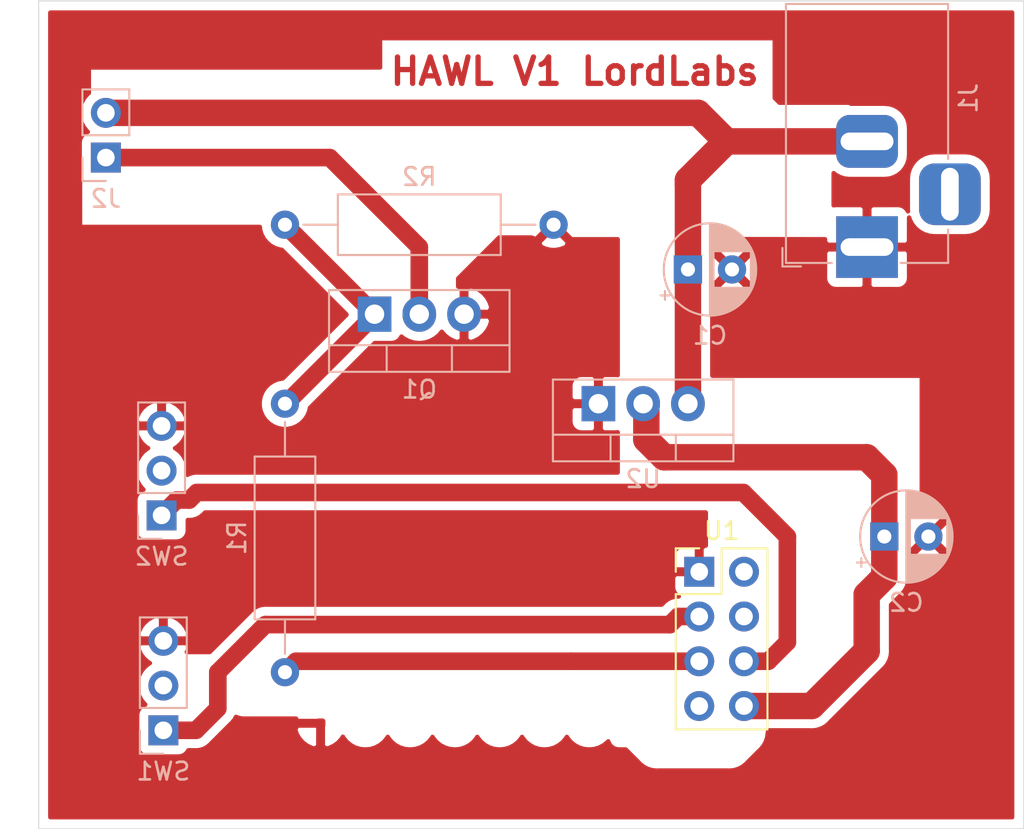
<source format=kicad_pcb>
(kicad_pcb (version 20171130) (host pcbnew "(5.1.0)-1")

  (general
    (thickness 1.6)
    (drawings 6)
    (tracks 43)
    (zones 0)
    (modules 11)
    (nets 12)
  )

  (page A4)
  (layers
    (0 F.Cu signal)
    (31 B.Cu signal)
    (32 B.Adhes user)
    (33 F.Adhes user)
    (34 B.Paste user)
    (35 F.Paste user)
    (36 B.SilkS user)
    (37 F.SilkS user)
    (38 B.Mask user)
    (39 F.Mask user)
    (40 Dwgs.User user)
    (41 Cmts.User user)
    (42 Eco1.User user)
    (43 Eco2.User user)
    (44 Edge.Cuts user)
    (45 Margin user)
    (46 B.CrtYd user)
    (47 F.CrtYd user)
    (48 B.Fab user)
    (49 F.Fab user)
  )

  (setup
    (last_trace_width 0.25)
    (user_trace_width 0.5)
    (user_trace_width 1)
    (user_trace_width 1.5)
    (trace_clearance 0.2)
    (zone_clearance 0.508)
    (zone_45_only no)
    (trace_min 0.2)
    (via_size 0.8)
    (via_drill 0.4)
    (via_min_size 0.4)
    (via_min_drill 0.3)
    (uvia_size 0.3)
    (uvia_drill 0.1)
    (uvias_allowed no)
    (uvia_min_size 0.2)
    (uvia_min_drill 0.1)
    (edge_width 0.05)
    (segment_width 0.2)
    (pcb_text_width 0.3)
    (pcb_text_size 1.5 1.5)
    (mod_edge_width 0.12)
    (mod_text_size 1 1)
    (mod_text_width 0.15)
    (pad_size 1.7 1.7)
    (pad_drill 1)
    (pad_to_mask_clearance 0.051)
    (solder_mask_min_width 0.25)
    (aux_axis_origin 0 0)
    (visible_elements 7FFFFFFF)
    (pcbplotparams
      (layerselection 0x010fc_ffffffff)
      (usegerberextensions false)
      (usegerberattributes false)
      (usegerberadvancedattributes false)
      (creategerberjobfile false)
      (excludeedgelayer true)
      (linewidth 0.500000)
      (plotframeref false)
      (viasonmask false)
      (mode 1)
      (useauxorigin false)
      (hpglpennumber 1)
      (hpglpenspeed 20)
      (hpglpendiameter 15.000000)
      (psnegative false)
      (psa4output false)
      (plotreference true)
      (plotvalue true)
      (plotinvisibletext false)
      (padsonsilk false)
      (subtractmaskfromsilk false)
      (outputformat 1)
      (mirror false)
      (drillshape 1)
      (scaleselection 1)
      (outputdirectory ""))
  )

  (net 0 "")
  (net 1 +12V)
  (net 2 GND)
  (net 3 +3V3)
  (net 4 "Net-(J2-Pad1)")
  (net 5 "Net-(Q1-Pad1)")
  (net 6 /TX)
  (net 7 /EN)
  (net 8 /RST)
  (net 9 /RX)
  (net 10 /GPIO2)
  (net 11 /GPIO0)

  (net_class Default "This is the default net class."
    (clearance 0.2)
    (trace_width 0.25)
    (via_dia 0.8)
    (via_drill 0.4)
    (uvia_dia 0.3)
    (uvia_drill 0.1)
    (add_net +12V)
    (add_net +3V3)
    (add_net /EN)
    (add_net /GPIO0)
    (add_net /GPIO2)
    (add_net /RST)
    (add_net /RX)
    (add_net /TX)
    (add_net GND)
    (add_net "Net-(J2-Pad1)")
    (add_net "Net-(Q1-Pad1)")
  )

  (module Connector_BarrelJack:BarrelJack_Horizontal (layer B.Cu) (tedit 5A1DBF6A) (tstamp 5DA01EF8)
    (at 160.02 52.07 270)
    (descr "DC Barrel Jack")
    (tags "Power Jack")
    (path /5D9EE6E9)
    (fp_text reference J1 (at -8.45 -5.75 270) (layer B.SilkS)
      (effects (font (size 1 1) (thickness 0.15)) (justify mirror))
    )
    (fp_text value Jack-DC (at -6.2 5.5 270) (layer B.Fab)
      (effects (font (size 1 1) (thickness 0.15)) (justify mirror))
    )
    (fp_text user %R (at -3 2.95 270) (layer B.Fab)
      (effects (font (size 1 1) (thickness 0.15)) (justify mirror))
    )
    (fp_line (start -0.003213 4.505425) (end 0.8 3.75) (layer B.Fab) (width 0.1))
    (fp_line (start 1.1 3.75) (end 1.1 4.8) (layer B.SilkS) (width 0.12))
    (fp_line (start 0.05 4.8) (end 1.1 4.8) (layer B.SilkS) (width 0.12))
    (fp_line (start 1 4.5) (end 1 4.75) (layer B.CrtYd) (width 0.05))
    (fp_line (start 1 4.75) (end -14 4.75) (layer B.CrtYd) (width 0.05))
    (fp_line (start 1 4.5) (end 1 2) (layer B.CrtYd) (width 0.05))
    (fp_line (start 1 2) (end 2 2) (layer B.CrtYd) (width 0.05))
    (fp_line (start 2 2) (end 2 -2) (layer B.CrtYd) (width 0.05))
    (fp_line (start 2 -2) (end 1 -2) (layer B.CrtYd) (width 0.05))
    (fp_line (start 1 -2) (end 1 -4.75) (layer B.CrtYd) (width 0.05))
    (fp_line (start 1 -4.75) (end -1 -4.75) (layer B.CrtYd) (width 0.05))
    (fp_line (start -1 -4.75) (end -1 -6.75) (layer B.CrtYd) (width 0.05))
    (fp_line (start -1 -6.75) (end -5 -6.75) (layer B.CrtYd) (width 0.05))
    (fp_line (start -5 -6.75) (end -5 -4.75) (layer B.CrtYd) (width 0.05))
    (fp_line (start -5 -4.75) (end -14 -4.75) (layer B.CrtYd) (width 0.05))
    (fp_line (start -14 -4.75) (end -14 4.75) (layer B.CrtYd) (width 0.05))
    (fp_line (start -5 -4.6) (end -13.8 -4.6) (layer B.SilkS) (width 0.12))
    (fp_line (start -13.8 -4.6) (end -13.8 4.6) (layer B.SilkS) (width 0.12))
    (fp_line (start 0.9 -1.9) (end 0.9 -4.6) (layer B.SilkS) (width 0.12))
    (fp_line (start 0.9 -4.6) (end -1 -4.6) (layer B.SilkS) (width 0.12))
    (fp_line (start -13.8 4.6) (end 0.9 4.6) (layer B.SilkS) (width 0.12))
    (fp_line (start 0.9 4.6) (end 0.9 2) (layer B.SilkS) (width 0.12))
    (fp_line (start -10.2 4.5) (end -10.2 -4.5) (layer B.Fab) (width 0.1))
    (fp_line (start -13.7 4.5) (end -13.7 -4.5) (layer B.Fab) (width 0.1))
    (fp_line (start -13.7 -4.5) (end 0.8 -4.5) (layer B.Fab) (width 0.1))
    (fp_line (start 0.8 -4.5) (end 0.8 3.75) (layer B.Fab) (width 0.1))
    (fp_line (start 0 4.5) (end -13.7 4.5) (layer B.Fab) (width 0.1))
    (pad 1 thru_hole rect (at 0 0 270) (size 3.5 3.5) (drill oval 1 3) (layers *.Cu *.Mask)
      (net 2 GND))
    (pad 2 thru_hole roundrect (at -6 0 270) (size 3 3.5) (drill oval 1 3) (layers *.Cu *.Mask) (roundrect_rratio 0.25)
      (net 1 +12V))
    (pad 3 thru_hole roundrect (at -3 -4.7 270) (size 3.5 3.5) (drill oval 3 1) (layers *.Cu *.Mask) (roundrect_rratio 0.25))
    (model ${KISYS3DMOD}/Connector_BarrelJack.3dshapes/BarrelJack_Horizontal.wrl
      (at (xyz 0 0 0))
      (scale (xyz 1 1 1))
      (rotate (xyz 0 0 0))
    )
  )

  (module Connector_PinHeader_2.54mm:PinHeader_2x04_P2.54mm_Vertical (layer F.Cu) (tedit 59FED5CC) (tstamp 5DA01FA1)
    (at 150.5 70.5)
    (descr "Through hole straight pin header, 2x04, 2.54mm pitch, double rows")
    (tags "Through hole pin header THT 2x04 2.54mm double row")
    (path /5D9EC10F)
    (fp_text reference U1 (at 1.27 -2.33) (layer F.SilkS)
      (effects (font (size 1 1) (thickness 0.15)))
    )
    (fp_text value ESP8266 (at 1.27 9.95) (layer F.Fab)
      (effects (font (size 1 1) (thickness 0.15)))
    )
    (fp_line (start 0 -1.27) (end 3.81 -1.27) (layer F.Fab) (width 0.1))
    (fp_line (start 3.81 -1.27) (end 3.81 8.89) (layer F.Fab) (width 0.1))
    (fp_line (start 3.81 8.89) (end -1.27 8.89) (layer F.Fab) (width 0.1))
    (fp_line (start -1.27 8.89) (end -1.27 0) (layer F.Fab) (width 0.1))
    (fp_line (start -1.27 0) (end 0 -1.27) (layer F.Fab) (width 0.1))
    (fp_line (start -1.33 8.95) (end 3.87 8.95) (layer F.SilkS) (width 0.12))
    (fp_line (start -1.33 1.27) (end -1.33 8.95) (layer F.SilkS) (width 0.12))
    (fp_line (start 3.87 -1.33) (end 3.87 8.95) (layer F.SilkS) (width 0.12))
    (fp_line (start -1.33 1.27) (end 1.27 1.27) (layer F.SilkS) (width 0.12))
    (fp_line (start 1.27 1.27) (end 1.27 -1.33) (layer F.SilkS) (width 0.12))
    (fp_line (start 1.27 -1.33) (end 3.87 -1.33) (layer F.SilkS) (width 0.12))
    (fp_line (start -1.33 0) (end -1.33 -1.33) (layer F.SilkS) (width 0.12))
    (fp_line (start -1.33 -1.33) (end 0 -1.33) (layer F.SilkS) (width 0.12))
    (fp_line (start -1.8 -1.8) (end -1.8 9.4) (layer F.CrtYd) (width 0.05))
    (fp_line (start -1.8 9.4) (end 4.35 9.4) (layer F.CrtYd) (width 0.05))
    (fp_line (start 4.35 9.4) (end 4.35 -1.8) (layer F.CrtYd) (width 0.05))
    (fp_line (start 4.35 -1.8) (end -1.8 -1.8) (layer F.CrtYd) (width 0.05))
    (fp_text user %R (at 1.27 3.81 90) (layer F.Fab)
      (effects (font (size 1 1) (thickness 0.15)))
    )
    (pad 1 thru_hole rect (at 0 0) (size 1.7 1.7) (drill 1) (layers *.Cu *.Mask)
      (net 2 GND))
    (pad 2 thru_hole oval (at 2.54 0) (size 1.7 1.7) (drill 1) (layers *.Cu *.Mask)
      (net 6 /TX))
    (pad 3 thru_hole oval (at 0 2.54) (size 1.7 1.7) (drill 1) (layers *.Cu *.Mask)
      (net 10 /GPIO2))
    (pad 4 thru_hole oval (at 2.54 2.54) (size 1.7 1.7) (drill 1) (layers *.Cu *.Mask)
      (net 7 /EN))
    (pad 5 thru_hole oval (at 0 5.08) (size 1.7 1.7) (drill 1) (layers *.Cu *.Mask)
      (net 11 /GPIO0))
    (pad 6 thru_hole oval (at 2.54 5.08) (size 1.7 1.7) (drill 1) (layers *.Cu *.Mask)
      (net 8 /RST))
    (pad 7 thru_hole oval (at 0 7.62) (size 1.7 1.7) (drill 1) (layers *.Cu *.Mask)
      (net 9 /RX))
    (pad 8 thru_hole oval (at 2.54 7.62) (size 1.7 1.7) (drill 1) (layers *.Cu *.Mask)
      (net 3 +3V3))
    (model ${KISYS3DMOD}/Connector_PinHeader_2.54mm.3dshapes/PinHeader_2x04_P2.54mm_Vertical.wrl
      (at (xyz 0 0 0))
      (scale (xyz 1 1 1))
      (rotate (xyz 0 0 0))
    )
  )

  (module Connector_PinHeader_2.54mm:PinHeader_1x02_P2.54mm_Vertical (layer B.Cu) (tedit 59FED5CC) (tstamp 5DA01F0D)
    (at 116.84 46.99)
    (descr "Through hole straight pin header, 1x02, 2.54mm pitch, single row")
    (tags "Through hole pin header THT 1x02 2.54mm single row")
    (path /5DA04333)
    (fp_text reference J2 (at 0 2.33) (layer B.SilkS)
      (effects (font (size 1 1) (thickness 0.15)) (justify mirror))
    )
    (fp_text value "LED Connection" (at 0 -4.87) (layer B.Fab)
      (effects (font (size 1 1) (thickness 0.15)) (justify mirror))
    )
    (fp_text user %R (at 0 -1.27 -90) (layer B.Fab)
      (effects (font (size 1 1) (thickness 0.15)) (justify mirror))
    )
    (fp_line (start 1.8 1.8) (end -1.8 1.8) (layer B.CrtYd) (width 0.05))
    (fp_line (start 1.8 -4.35) (end 1.8 1.8) (layer B.CrtYd) (width 0.05))
    (fp_line (start -1.8 -4.35) (end 1.8 -4.35) (layer B.CrtYd) (width 0.05))
    (fp_line (start -1.8 1.8) (end -1.8 -4.35) (layer B.CrtYd) (width 0.05))
    (fp_line (start -1.33 1.33) (end 0 1.33) (layer B.SilkS) (width 0.12))
    (fp_line (start -1.33 0) (end -1.33 1.33) (layer B.SilkS) (width 0.12))
    (fp_line (start -1.33 -1.27) (end 1.33 -1.27) (layer B.SilkS) (width 0.12))
    (fp_line (start 1.33 -1.27) (end 1.33 -3.87) (layer B.SilkS) (width 0.12))
    (fp_line (start -1.33 -1.27) (end -1.33 -3.87) (layer B.SilkS) (width 0.12))
    (fp_line (start -1.33 -3.87) (end 1.33 -3.87) (layer B.SilkS) (width 0.12))
    (fp_line (start -1.27 0.635) (end -0.635 1.27) (layer B.Fab) (width 0.1))
    (fp_line (start -1.27 -3.81) (end -1.27 0.635) (layer B.Fab) (width 0.1))
    (fp_line (start 1.27 -3.81) (end -1.27 -3.81) (layer B.Fab) (width 0.1))
    (fp_line (start 1.27 1.27) (end 1.27 -3.81) (layer B.Fab) (width 0.1))
    (fp_line (start -0.635 1.27) (end 1.27 1.27) (layer B.Fab) (width 0.1))
    (pad 2 thru_hole oval (at 0 -2.54) (size 1.7 1.7) (drill 1) (layers *.Cu *.Mask)
      (net 1 +12V))
    (pad 1 thru_hole rect (at 0 0) (size 1.7 1.7) (drill 1) (layers *.Cu *.Mask)
      (net 4 "Net-(J2-Pad1)"))
    (model ${KISYS3DMOD}/Connector_PinHeader_2.54mm.3dshapes/PinHeader_1x02_P2.54mm_Vertical.wrl
      (at (xyz 0 0 0))
      (scale (xyz 1 1 1))
      (rotate (xyz 0 0 0))
    )
  )

  (module Capacitor_THT:CP_Radial_D5.0mm_P2.50mm (layer B.Cu) (tedit 5AE50EF0) (tstamp 5DA01E51)
    (at 149.86 53.34)
    (descr "CP, Radial series, Radial, pin pitch=2.50mm, , diameter=5mm, Electrolytic Capacitor")
    (tags "CP Radial series Radial pin pitch 2.50mm  diameter 5mm Electrolytic Capacitor")
    (path /5D9F16A8)
    (fp_text reference C1 (at 1.25 3.75) (layer B.SilkS)
      (effects (font (size 1 1) (thickness 0.15)) (justify mirror))
    )
    (fp_text value CP (at 1.25 -3.75) (layer B.Fab)
      (effects (font (size 1 1) (thickness 0.15)) (justify mirror))
    )
    (fp_circle (center 1.25 0) (end 3.75 0) (layer B.Fab) (width 0.1))
    (fp_circle (center 1.25 0) (end 3.87 0) (layer B.SilkS) (width 0.12))
    (fp_circle (center 1.25 0) (end 4 0) (layer B.CrtYd) (width 0.05))
    (fp_line (start -0.883605 1.0875) (end -0.383605 1.0875) (layer B.Fab) (width 0.1))
    (fp_line (start -0.633605 1.3375) (end -0.633605 0.8375) (layer B.Fab) (width 0.1))
    (fp_line (start 1.25 2.58) (end 1.25 -2.58) (layer B.SilkS) (width 0.12))
    (fp_line (start 1.29 2.58) (end 1.29 -2.58) (layer B.SilkS) (width 0.12))
    (fp_line (start 1.33 2.579) (end 1.33 -2.579) (layer B.SilkS) (width 0.12))
    (fp_line (start 1.37 2.578) (end 1.37 -2.578) (layer B.SilkS) (width 0.12))
    (fp_line (start 1.41 2.576) (end 1.41 -2.576) (layer B.SilkS) (width 0.12))
    (fp_line (start 1.45 2.573) (end 1.45 -2.573) (layer B.SilkS) (width 0.12))
    (fp_line (start 1.49 2.569) (end 1.49 1.04) (layer B.SilkS) (width 0.12))
    (fp_line (start 1.49 -1.04) (end 1.49 -2.569) (layer B.SilkS) (width 0.12))
    (fp_line (start 1.53 2.565) (end 1.53 1.04) (layer B.SilkS) (width 0.12))
    (fp_line (start 1.53 -1.04) (end 1.53 -2.565) (layer B.SilkS) (width 0.12))
    (fp_line (start 1.57 2.561) (end 1.57 1.04) (layer B.SilkS) (width 0.12))
    (fp_line (start 1.57 -1.04) (end 1.57 -2.561) (layer B.SilkS) (width 0.12))
    (fp_line (start 1.61 2.556) (end 1.61 1.04) (layer B.SilkS) (width 0.12))
    (fp_line (start 1.61 -1.04) (end 1.61 -2.556) (layer B.SilkS) (width 0.12))
    (fp_line (start 1.65 2.55) (end 1.65 1.04) (layer B.SilkS) (width 0.12))
    (fp_line (start 1.65 -1.04) (end 1.65 -2.55) (layer B.SilkS) (width 0.12))
    (fp_line (start 1.69 2.543) (end 1.69 1.04) (layer B.SilkS) (width 0.12))
    (fp_line (start 1.69 -1.04) (end 1.69 -2.543) (layer B.SilkS) (width 0.12))
    (fp_line (start 1.73 2.536) (end 1.73 1.04) (layer B.SilkS) (width 0.12))
    (fp_line (start 1.73 -1.04) (end 1.73 -2.536) (layer B.SilkS) (width 0.12))
    (fp_line (start 1.77 2.528) (end 1.77 1.04) (layer B.SilkS) (width 0.12))
    (fp_line (start 1.77 -1.04) (end 1.77 -2.528) (layer B.SilkS) (width 0.12))
    (fp_line (start 1.81 2.52) (end 1.81 1.04) (layer B.SilkS) (width 0.12))
    (fp_line (start 1.81 -1.04) (end 1.81 -2.52) (layer B.SilkS) (width 0.12))
    (fp_line (start 1.85 2.511) (end 1.85 1.04) (layer B.SilkS) (width 0.12))
    (fp_line (start 1.85 -1.04) (end 1.85 -2.511) (layer B.SilkS) (width 0.12))
    (fp_line (start 1.89 2.501) (end 1.89 1.04) (layer B.SilkS) (width 0.12))
    (fp_line (start 1.89 -1.04) (end 1.89 -2.501) (layer B.SilkS) (width 0.12))
    (fp_line (start 1.93 2.491) (end 1.93 1.04) (layer B.SilkS) (width 0.12))
    (fp_line (start 1.93 -1.04) (end 1.93 -2.491) (layer B.SilkS) (width 0.12))
    (fp_line (start 1.971 2.48) (end 1.971 1.04) (layer B.SilkS) (width 0.12))
    (fp_line (start 1.971 -1.04) (end 1.971 -2.48) (layer B.SilkS) (width 0.12))
    (fp_line (start 2.011 2.468) (end 2.011 1.04) (layer B.SilkS) (width 0.12))
    (fp_line (start 2.011 -1.04) (end 2.011 -2.468) (layer B.SilkS) (width 0.12))
    (fp_line (start 2.051 2.455) (end 2.051 1.04) (layer B.SilkS) (width 0.12))
    (fp_line (start 2.051 -1.04) (end 2.051 -2.455) (layer B.SilkS) (width 0.12))
    (fp_line (start 2.091 2.442) (end 2.091 1.04) (layer B.SilkS) (width 0.12))
    (fp_line (start 2.091 -1.04) (end 2.091 -2.442) (layer B.SilkS) (width 0.12))
    (fp_line (start 2.131 2.428) (end 2.131 1.04) (layer B.SilkS) (width 0.12))
    (fp_line (start 2.131 -1.04) (end 2.131 -2.428) (layer B.SilkS) (width 0.12))
    (fp_line (start 2.171 2.414) (end 2.171 1.04) (layer B.SilkS) (width 0.12))
    (fp_line (start 2.171 -1.04) (end 2.171 -2.414) (layer B.SilkS) (width 0.12))
    (fp_line (start 2.211 2.398) (end 2.211 1.04) (layer B.SilkS) (width 0.12))
    (fp_line (start 2.211 -1.04) (end 2.211 -2.398) (layer B.SilkS) (width 0.12))
    (fp_line (start 2.251 2.382) (end 2.251 1.04) (layer B.SilkS) (width 0.12))
    (fp_line (start 2.251 -1.04) (end 2.251 -2.382) (layer B.SilkS) (width 0.12))
    (fp_line (start 2.291 2.365) (end 2.291 1.04) (layer B.SilkS) (width 0.12))
    (fp_line (start 2.291 -1.04) (end 2.291 -2.365) (layer B.SilkS) (width 0.12))
    (fp_line (start 2.331 2.348) (end 2.331 1.04) (layer B.SilkS) (width 0.12))
    (fp_line (start 2.331 -1.04) (end 2.331 -2.348) (layer B.SilkS) (width 0.12))
    (fp_line (start 2.371 2.329) (end 2.371 1.04) (layer B.SilkS) (width 0.12))
    (fp_line (start 2.371 -1.04) (end 2.371 -2.329) (layer B.SilkS) (width 0.12))
    (fp_line (start 2.411 2.31) (end 2.411 1.04) (layer B.SilkS) (width 0.12))
    (fp_line (start 2.411 -1.04) (end 2.411 -2.31) (layer B.SilkS) (width 0.12))
    (fp_line (start 2.451 2.29) (end 2.451 1.04) (layer B.SilkS) (width 0.12))
    (fp_line (start 2.451 -1.04) (end 2.451 -2.29) (layer B.SilkS) (width 0.12))
    (fp_line (start 2.491 2.268) (end 2.491 1.04) (layer B.SilkS) (width 0.12))
    (fp_line (start 2.491 -1.04) (end 2.491 -2.268) (layer B.SilkS) (width 0.12))
    (fp_line (start 2.531 2.247) (end 2.531 1.04) (layer B.SilkS) (width 0.12))
    (fp_line (start 2.531 -1.04) (end 2.531 -2.247) (layer B.SilkS) (width 0.12))
    (fp_line (start 2.571 2.224) (end 2.571 1.04) (layer B.SilkS) (width 0.12))
    (fp_line (start 2.571 -1.04) (end 2.571 -2.224) (layer B.SilkS) (width 0.12))
    (fp_line (start 2.611 2.2) (end 2.611 1.04) (layer B.SilkS) (width 0.12))
    (fp_line (start 2.611 -1.04) (end 2.611 -2.2) (layer B.SilkS) (width 0.12))
    (fp_line (start 2.651 2.175) (end 2.651 1.04) (layer B.SilkS) (width 0.12))
    (fp_line (start 2.651 -1.04) (end 2.651 -2.175) (layer B.SilkS) (width 0.12))
    (fp_line (start 2.691 2.149) (end 2.691 1.04) (layer B.SilkS) (width 0.12))
    (fp_line (start 2.691 -1.04) (end 2.691 -2.149) (layer B.SilkS) (width 0.12))
    (fp_line (start 2.731 2.122) (end 2.731 1.04) (layer B.SilkS) (width 0.12))
    (fp_line (start 2.731 -1.04) (end 2.731 -2.122) (layer B.SilkS) (width 0.12))
    (fp_line (start 2.771 2.095) (end 2.771 1.04) (layer B.SilkS) (width 0.12))
    (fp_line (start 2.771 -1.04) (end 2.771 -2.095) (layer B.SilkS) (width 0.12))
    (fp_line (start 2.811 2.065) (end 2.811 1.04) (layer B.SilkS) (width 0.12))
    (fp_line (start 2.811 -1.04) (end 2.811 -2.065) (layer B.SilkS) (width 0.12))
    (fp_line (start 2.851 2.035) (end 2.851 1.04) (layer B.SilkS) (width 0.12))
    (fp_line (start 2.851 -1.04) (end 2.851 -2.035) (layer B.SilkS) (width 0.12))
    (fp_line (start 2.891 2.004) (end 2.891 1.04) (layer B.SilkS) (width 0.12))
    (fp_line (start 2.891 -1.04) (end 2.891 -2.004) (layer B.SilkS) (width 0.12))
    (fp_line (start 2.931 1.971) (end 2.931 1.04) (layer B.SilkS) (width 0.12))
    (fp_line (start 2.931 -1.04) (end 2.931 -1.971) (layer B.SilkS) (width 0.12))
    (fp_line (start 2.971 1.937) (end 2.971 1.04) (layer B.SilkS) (width 0.12))
    (fp_line (start 2.971 -1.04) (end 2.971 -1.937) (layer B.SilkS) (width 0.12))
    (fp_line (start 3.011 1.901) (end 3.011 1.04) (layer B.SilkS) (width 0.12))
    (fp_line (start 3.011 -1.04) (end 3.011 -1.901) (layer B.SilkS) (width 0.12))
    (fp_line (start 3.051 1.864) (end 3.051 1.04) (layer B.SilkS) (width 0.12))
    (fp_line (start 3.051 -1.04) (end 3.051 -1.864) (layer B.SilkS) (width 0.12))
    (fp_line (start 3.091 1.826) (end 3.091 1.04) (layer B.SilkS) (width 0.12))
    (fp_line (start 3.091 -1.04) (end 3.091 -1.826) (layer B.SilkS) (width 0.12))
    (fp_line (start 3.131 1.785) (end 3.131 1.04) (layer B.SilkS) (width 0.12))
    (fp_line (start 3.131 -1.04) (end 3.131 -1.785) (layer B.SilkS) (width 0.12))
    (fp_line (start 3.171 1.743) (end 3.171 1.04) (layer B.SilkS) (width 0.12))
    (fp_line (start 3.171 -1.04) (end 3.171 -1.743) (layer B.SilkS) (width 0.12))
    (fp_line (start 3.211 1.699) (end 3.211 1.04) (layer B.SilkS) (width 0.12))
    (fp_line (start 3.211 -1.04) (end 3.211 -1.699) (layer B.SilkS) (width 0.12))
    (fp_line (start 3.251 1.653) (end 3.251 1.04) (layer B.SilkS) (width 0.12))
    (fp_line (start 3.251 -1.04) (end 3.251 -1.653) (layer B.SilkS) (width 0.12))
    (fp_line (start 3.291 1.605) (end 3.291 1.04) (layer B.SilkS) (width 0.12))
    (fp_line (start 3.291 -1.04) (end 3.291 -1.605) (layer B.SilkS) (width 0.12))
    (fp_line (start 3.331 1.554) (end 3.331 1.04) (layer B.SilkS) (width 0.12))
    (fp_line (start 3.331 -1.04) (end 3.331 -1.554) (layer B.SilkS) (width 0.12))
    (fp_line (start 3.371 1.5) (end 3.371 1.04) (layer B.SilkS) (width 0.12))
    (fp_line (start 3.371 -1.04) (end 3.371 -1.5) (layer B.SilkS) (width 0.12))
    (fp_line (start 3.411 1.443) (end 3.411 1.04) (layer B.SilkS) (width 0.12))
    (fp_line (start 3.411 -1.04) (end 3.411 -1.443) (layer B.SilkS) (width 0.12))
    (fp_line (start 3.451 1.383) (end 3.451 1.04) (layer B.SilkS) (width 0.12))
    (fp_line (start 3.451 -1.04) (end 3.451 -1.383) (layer B.SilkS) (width 0.12))
    (fp_line (start 3.491 1.319) (end 3.491 1.04) (layer B.SilkS) (width 0.12))
    (fp_line (start 3.491 -1.04) (end 3.491 -1.319) (layer B.SilkS) (width 0.12))
    (fp_line (start 3.531 1.251) (end 3.531 1.04) (layer B.SilkS) (width 0.12))
    (fp_line (start 3.531 -1.04) (end 3.531 -1.251) (layer B.SilkS) (width 0.12))
    (fp_line (start 3.571 1.178) (end 3.571 -1.178) (layer B.SilkS) (width 0.12))
    (fp_line (start 3.611 1.098) (end 3.611 -1.098) (layer B.SilkS) (width 0.12))
    (fp_line (start 3.651 1.011) (end 3.651 -1.011) (layer B.SilkS) (width 0.12))
    (fp_line (start 3.691 0.915) (end 3.691 -0.915) (layer B.SilkS) (width 0.12))
    (fp_line (start 3.731 0.805) (end 3.731 -0.805) (layer B.SilkS) (width 0.12))
    (fp_line (start 3.771 0.677) (end 3.771 -0.677) (layer B.SilkS) (width 0.12))
    (fp_line (start 3.811 0.518) (end 3.811 -0.518) (layer B.SilkS) (width 0.12))
    (fp_line (start 3.851 0.284) (end 3.851 -0.284) (layer B.SilkS) (width 0.12))
    (fp_line (start -1.554775 1.475) (end -1.054775 1.475) (layer B.SilkS) (width 0.12))
    (fp_line (start -1.304775 1.725) (end -1.304775 1.225) (layer B.SilkS) (width 0.12))
    (fp_text user %R (at 1.25 0) (layer B.Fab)
      (effects (font (size 1 1) (thickness 0.15)) (justify mirror))
    )
    (pad 1 thru_hole rect (at 0 0) (size 1.6 1.6) (drill 0.8) (layers *.Cu *.Mask)
      (net 1 +12V))
    (pad 2 thru_hole circle (at 2.5 0) (size 1.6 1.6) (drill 0.8) (layers *.Cu *.Mask)
      (net 2 GND))
    (model ${KISYS3DMOD}/Capacitor_THT.3dshapes/CP_Radial_D5.0mm_P2.50mm.wrl
      (at (xyz 0 0 0))
      (scale (xyz 1 1 1))
      (rotate (xyz 0 0 0))
    )
  )

  (module Capacitor_THT:CP_Radial_D5.0mm_P2.50mm (layer B.Cu) (tedit 5AE50EF0) (tstamp 5DA01ED5)
    (at 161 68.5)
    (descr "CP, Radial series, Radial, pin pitch=2.50mm, , diameter=5mm, Electrolytic Capacitor")
    (tags "CP Radial series Radial pin pitch 2.50mm  diameter 5mm Electrolytic Capacitor")
    (path /5D9F4A6A)
    (fp_text reference C2 (at 1.25 3.75) (layer B.SilkS)
      (effects (font (size 1 1) (thickness 0.15)) (justify mirror))
    )
    (fp_text value CP (at 1.25 -3.75) (layer B.Fab)
      (effects (font (size 1 1) (thickness 0.15)) (justify mirror))
    )
    (fp_text user %R (at 1.25 0) (layer B.Fab)
      (effects (font (size 1 1) (thickness 0.15)) (justify mirror))
    )
    (fp_line (start -1.304775 1.725) (end -1.304775 1.225) (layer B.SilkS) (width 0.12))
    (fp_line (start -1.554775 1.475) (end -1.054775 1.475) (layer B.SilkS) (width 0.12))
    (fp_line (start 3.851 0.284) (end 3.851 -0.284) (layer B.SilkS) (width 0.12))
    (fp_line (start 3.811 0.518) (end 3.811 -0.518) (layer B.SilkS) (width 0.12))
    (fp_line (start 3.771 0.677) (end 3.771 -0.677) (layer B.SilkS) (width 0.12))
    (fp_line (start 3.731 0.805) (end 3.731 -0.805) (layer B.SilkS) (width 0.12))
    (fp_line (start 3.691 0.915) (end 3.691 -0.915) (layer B.SilkS) (width 0.12))
    (fp_line (start 3.651 1.011) (end 3.651 -1.011) (layer B.SilkS) (width 0.12))
    (fp_line (start 3.611 1.098) (end 3.611 -1.098) (layer B.SilkS) (width 0.12))
    (fp_line (start 3.571 1.178) (end 3.571 -1.178) (layer B.SilkS) (width 0.12))
    (fp_line (start 3.531 -1.04) (end 3.531 -1.251) (layer B.SilkS) (width 0.12))
    (fp_line (start 3.531 1.251) (end 3.531 1.04) (layer B.SilkS) (width 0.12))
    (fp_line (start 3.491 -1.04) (end 3.491 -1.319) (layer B.SilkS) (width 0.12))
    (fp_line (start 3.491 1.319) (end 3.491 1.04) (layer B.SilkS) (width 0.12))
    (fp_line (start 3.451 -1.04) (end 3.451 -1.383) (layer B.SilkS) (width 0.12))
    (fp_line (start 3.451 1.383) (end 3.451 1.04) (layer B.SilkS) (width 0.12))
    (fp_line (start 3.411 -1.04) (end 3.411 -1.443) (layer B.SilkS) (width 0.12))
    (fp_line (start 3.411 1.443) (end 3.411 1.04) (layer B.SilkS) (width 0.12))
    (fp_line (start 3.371 -1.04) (end 3.371 -1.5) (layer B.SilkS) (width 0.12))
    (fp_line (start 3.371 1.5) (end 3.371 1.04) (layer B.SilkS) (width 0.12))
    (fp_line (start 3.331 -1.04) (end 3.331 -1.554) (layer B.SilkS) (width 0.12))
    (fp_line (start 3.331 1.554) (end 3.331 1.04) (layer B.SilkS) (width 0.12))
    (fp_line (start 3.291 -1.04) (end 3.291 -1.605) (layer B.SilkS) (width 0.12))
    (fp_line (start 3.291 1.605) (end 3.291 1.04) (layer B.SilkS) (width 0.12))
    (fp_line (start 3.251 -1.04) (end 3.251 -1.653) (layer B.SilkS) (width 0.12))
    (fp_line (start 3.251 1.653) (end 3.251 1.04) (layer B.SilkS) (width 0.12))
    (fp_line (start 3.211 -1.04) (end 3.211 -1.699) (layer B.SilkS) (width 0.12))
    (fp_line (start 3.211 1.699) (end 3.211 1.04) (layer B.SilkS) (width 0.12))
    (fp_line (start 3.171 -1.04) (end 3.171 -1.743) (layer B.SilkS) (width 0.12))
    (fp_line (start 3.171 1.743) (end 3.171 1.04) (layer B.SilkS) (width 0.12))
    (fp_line (start 3.131 -1.04) (end 3.131 -1.785) (layer B.SilkS) (width 0.12))
    (fp_line (start 3.131 1.785) (end 3.131 1.04) (layer B.SilkS) (width 0.12))
    (fp_line (start 3.091 -1.04) (end 3.091 -1.826) (layer B.SilkS) (width 0.12))
    (fp_line (start 3.091 1.826) (end 3.091 1.04) (layer B.SilkS) (width 0.12))
    (fp_line (start 3.051 -1.04) (end 3.051 -1.864) (layer B.SilkS) (width 0.12))
    (fp_line (start 3.051 1.864) (end 3.051 1.04) (layer B.SilkS) (width 0.12))
    (fp_line (start 3.011 -1.04) (end 3.011 -1.901) (layer B.SilkS) (width 0.12))
    (fp_line (start 3.011 1.901) (end 3.011 1.04) (layer B.SilkS) (width 0.12))
    (fp_line (start 2.971 -1.04) (end 2.971 -1.937) (layer B.SilkS) (width 0.12))
    (fp_line (start 2.971 1.937) (end 2.971 1.04) (layer B.SilkS) (width 0.12))
    (fp_line (start 2.931 -1.04) (end 2.931 -1.971) (layer B.SilkS) (width 0.12))
    (fp_line (start 2.931 1.971) (end 2.931 1.04) (layer B.SilkS) (width 0.12))
    (fp_line (start 2.891 -1.04) (end 2.891 -2.004) (layer B.SilkS) (width 0.12))
    (fp_line (start 2.891 2.004) (end 2.891 1.04) (layer B.SilkS) (width 0.12))
    (fp_line (start 2.851 -1.04) (end 2.851 -2.035) (layer B.SilkS) (width 0.12))
    (fp_line (start 2.851 2.035) (end 2.851 1.04) (layer B.SilkS) (width 0.12))
    (fp_line (start 2.811 -1.04) (end 2.811 -2.065) (layer B.SilkS) (width 0.12))
    (fp_line (start 2.811 2.065) (end 2.811 1.04) (layer B.SilkS) (width 0.12))
    (fp_line (start 2.771 -1.04) (end 2.771 -2.095) (layer B.SilkS) (width 0.12))
    (fp_line (start 2.771 2.095) (end 2.771 1.04) (layer B.SilkS) (width 0.12))
    (fp_line (start 2.731 -1.04) (end 2.731 -2.122) (layer B.SilkS) (width 0.12))
    (fp_line (start 2.731 2.122) (end 2.731 1.04) (layer B.SilkS) (width 0.12))
    (fp_line (start 2.691 -1.04) (end 2.691 -2.149) (layer B.SilkS) (width 0.12))
    (fp_line (start 2.691 2.149) (end 2.691 1.04) (layer B.SilkS) (width 0.12))
    (fp_line (start 2.651 -1.04) (end 2.651 -2.175) (layer B.SilkS) (width 0.12))
    (fp_line (start 2.651 2.175) (end 2.651 1.04) (layer B.SilkS) (width 0.12))
    (fp_line (start 2.611 -1.04) (end 2.611 -2.2) (layer B.SilkS) (width 0.12))
    (fp_line (start 2.611 2.2) (end 2.611 1.04) (layer B.SilkS) (width 0.12))
    (fp_line (start 2.571 -1.04) (end 2.571 -2.224) (layer B.SilkS) (width 0.12))
    (fp_line (start 2.571 2.224) (end 2.571 1.04) (layer B.SilkS) (width 0.12))
    (fp_line (start 2.531 -1.04) (end 2.531 -2.247) (layer B.SilkS) (width 0.12))
    (fp_line (start 2.531 2.247) (end 2.531 1.04) (layer B.SilkS) (width 0.12))
    (fp_line (start 2.491 -1.04) (end 2.491 -2.268) (layer B.SilkS) (width 0.12))
    (fp_line (start 2.491 2.268) (end 2.491 1.04) (layer B.SilkS) (width 0.12))
    (fp_line (start 2.451 -1.04) (end 2.451 -2.29) (layer B.SilkS) (width 0.12))
    (fp_line (start 2.451 2.29) (end 2.451 1.04) (layer B.SilkS) (width 0.12))
    (fp_line (start 2.411 -1.04) (end 2.411 -2.31) (layer B.SilkS) (width 0.12))
    (fp_line (start 2.411 2.31) (end 2.411 1.04) (layer B.SilkS) (width 0.12))
    (fp_line (start 2.371 -1.04) (end 2.371 -2.329) (layer B.SilkS) (width 0.12))
    (fp_line (start 2.371 2.329) (end 2.371 1.04) (layer B.SilkS) (width 0.12))
    (fp_line (start 2.331 -1.04) (end 2.331 -2.348) (layer B.SilkS) (width 0.12))
    (fp_line (start 2.331 2.348) (end 2.331 1.04) (layer B.SilkS) (width 0.12))
    (fp_line (start 2.291 -1.04) (end 2.291 -2.365) (layer B.SilkS) (width 0.12))
    (fp_line (start 2.291 2.365) (end 2.291 1.04) (layer B.SilkS) (width 0.12))
    (fp_line (start 2.251 -1.04) (end 2.251 -2.382) (layer B.SilkS) (width 0.12))
    (fp_line (start 2.251 2.382) (end 2.251 1.04) (layer B.SilkS) (width 0.12))
    (fp_line (start 2.211 -1.04) (end 2.211 -2.398) (layer B.SilkS) (width 0.12))
    (fp_line (start 2.211 2.398) (end 2.211 1.04) (layer B.SilkS) (width 0.12))
    (fp_line (start 2.171 -1.04) (end 2.171 -2.414) (layer B.SilkS) (width 0.12))
    (fp_line (start 2.171 2.414) (end 2.171 1.04) (layer B.SilkS) (width 0.12))
    (fp_line (start 2.131 -1.04) (end 2.131 -2.428) (layer B.SilkS) (width 0.12))
    (fp_line (start 2.131 2.428) (end 2.131 1.04) (layer B.SilkS) (width 0.12))
    (fp_line (start 2.091 -1.04) (end 2.091 -2.442) (layer B.SilkS) (width 0.12))
    (fp_line (start 2.091 2.442) (end 2.091 1.04) (layer B.SilkS) (width 0.12))
    (fp_line (start 2.051 -1.04) (end 2.051 -2.455) (layer B.SilkS) (width 0.12))
    (fp_line (start 2.051 2.455) (end 2.051 1.04) (layer B.SilkS) (width 0.12))
    (fp_line (start 2.011 -1.04) (end 2.011 -2.468) (layer B.SilkS) (width 0.12))
    (fp_line (start 2.011 2.468) (end 2.011 1.04) (layer B.SilkS) (width 0.12))
    (fp_line (start 1.971 -1.04) (end 1.971 -2.48) (layer B.SilkS) (width 0.12))
    (fp_line (start 1.971 2.48) (end 1.971 1.04) (layer B.SilkS) (width 0.12))
    (fp_line (start 1.93 -1.04) (end 1.93 -2.491) (layer B.SilkS) (width 0.12))
    (fp_line (start 1.93 2.491) (end 1.93 1.04) (layer B.SilkS) (width 0.12))
    (fp_line (start 1.89 -1.04) (end 1.89 -2.501) (layer B.SilkS) (width 0.12))
    (fp_line (start 1.89 2.501) (end 1.89 1.04) (layer B.SilkS) (width 0.12))
    (fp_line (start 1.85 -1.04) (end 1.85 -2.511) (layer B.SilkS) (width 0.12))
    (fp_line (start 1.85 2.511) (end 1.85 1.04) (layer B.SilkS) (width 0.12))
    (fp_line (start 1.81 -1.04) (end 1.81 -2.52) (layer B.SilkS) (width 0.12))
    (fp_line (start 1.81 2.52) (end 1.81 1.04) (layer B.SilkS) (width 0.12))
    (fp_line (start 1.77 -1.04) (end 1.77 -2.528) (layer B.SilkS) (width 0.12))
    (fp_line (start 1.77 2.528) (end 1.77 1.04) (layer B.SilkS) (width 0.12))
    (fp_line (start 1.73 -1.04) (end 1.73 -2.536) (layer B.SilkS) (width 0.12))
    (fp_line (start 1.73 2.536) (end 1.73 1.04) (layer B.SilkS) (width 0.12))
    (fp_line (start 1.69 -1.04) (end 1.69 -2.543) (layer B.SilkS) (width 0.12))
    (fp_line (start 1.69 2.543) (end 1.69 1.04) (layer B.SilkS) (width 0.12))
    (fp_line (start 1.65 -1.04) (end 1.65 -2.55) (layer B.SilkS) (width 0.12))
    (fp_line (start 1.65 2.55) (end 1.65 1.04) (layer B.SilkS) (width 0.12))
    (fp_line (start 1.61 -1.04) (end 1.61 -2.556) (layer B.SilkS) (width 0.12))
    (fp_line (start 1.61 2.556) (end 1.61 1.04) (layer B.SilkS) (width 0.12))
    (fp_line (start 1.57 -1.04) (end 1.57 -2.561) (layer B.SilkS) (width 0.12))
    (fp_line (start 1.57 2.561) (end 1.57 1.04) (layer B.SilkS) (width 0.12))
    (fp_line (start 1.53 -1.04) (end 1.53 -2.565) (layer B.SilkS) (width 0.12))
    (fp_line (start 1.53 2.565) (end 1.53 1.04) (layer B.SilkS) (width 0.12))
    (fp_line (start 1.49 -1.04) (end 1.49 -2.569) (layer B.SilkS) (width 0.12))
    (fp_line (start 1.49 2.569) (end 1.49 1.04) (layer B.SilkS) (width 0.12))
    (fp_line (start 1.45 2.573) (end 1.45 -2.573) (layer B.SilkS) (width 0.12))
    (fp_line (start 1.41 2.576) (end 1.41 -2.576) (layer B.SilkS) (width 0.12))
    (fp_line (start 1.37 2.578) (end 1.37 -2.578) (layer B.SilkS) (width 0.12))
    (fp_line (start 1.33 2.579) (end 1.33 -2.579) (layer B.SilkS) (width 0.12))
    (fp_line (start 1.29 2.58) (end 1.29 -2.58) (layer B.SilkS) (width 0.12))
    (fp_line (start 1.25 2.58) (end 1.25 -2.58) (layer B.SilkS) (width 0.12))
    (fp_line (start -0.633605 1.3375) (end -0.633605 0.8375) (layer B.Fab) (width 0.1))
    (fp_line (start -0.883605 1.0875) (end -0.383605 1.0875) (layer B.Fab) (width 0.1))
    (fp_circle (center 1.25 0) (end 4 0) (layer B.CrtYd) (width 0.05))
    (fp_circle (center 1.25 0) (end 3.87 0) (layer B.SilkS) (width 0.12))
    (fp_circle (center 1.25 0) (end 3.75 0) (layer B.Fab) (width 0.1))
    (pad 2 thru_hole circle (at 2.5 0) (size 1.6 1.6) (drill 0.8) (layers *.Cu *.Mask)
      (net 2 GND))
    (pad 1 thru_hole rect (at 0 0) (size 1.6 1.6) (drill 0.8) (layers *.Cu *.Mask)
      (net 3 +3V3))
    (model ${KISYS3DMOD}/Capacitor_THT.3dshapes/CP_Radial_D5.0mm_P2.50mm.wrl
      (at (xyz 0 0 0))
      (scale (xyz 1 1 1))
      (rotate (xyz 0 0 0))
    )
  )

  (module Package_TO_SOT_THT:TO-220-3_Vertical (layer B.Cu) (tedit 5AC8BA0D) (tstamp 5DA01F27)
    (at 132.08 55.88)
    (descr "TO-220-3, Vertical, RM 2.54mm, see https://www.vishay.com/docs/66542/to-220-1.pdf")
    (tags "TO-220-3 Vertical RM 2.54mm")
    (path /5D9F10A7)
    (fp_text reference Q1 (at 2.54 4.27) (layer B.SilkS)
      (effects (font (size 1 1) (thickness 0.15)) (justify mirror))
    )
    (fp_text value FQP30N06L (at 2.54 -2.5) (layer B.Fab)
      (effects (font (size 1 1) (thickness 0.15)) (justify mirror))
    )
    (fp_text user %R (at 2.54 4.27) (layer B.Fab)
      (effects (font (size 1 1) (thickness 0.15)) (justify mirror))
    )
    (fp_line (start 7.79 3.4) (end -2.71 3.4) (layer B.CrtYd) (width 0.05))
    (fp_line (start 7.79 -1.51) (end 7.79 3.4) (layer B.CrtYd) (width 0.05))
    (fp_line (start -2.71 -1.51) (end 7.79 -1.51) (layer B.CrtYd) (width 0.05))
    (fp_line (start -2.71 3.4) (end -2.71 -1.51) (layer B.CrtYd) (width 0.05))
    (fp_line (start 4.391 3.27) (end 4.391 1.76) (layer B.SilkS) (width 0.12))
    (fp_line (start 0.69 3.27) (end 0.69 1.76) (layer B.SilkS) (width 0.12))
    (fp_line (start -2.58 1.76) (end 7.66 1.76) (layer B.SilkS) (width 0.12))
    (fp_line (start 7.66 3.27) (end 7.66 -1.371) (layer B.SilkS) (width 0.12))
    (fp_line (start -2.58 3.27) (end -2.58 -1.371) (layer B.SilkS) (width 0.12))
    (fp_line (start -2.58 -1.371) (end 7.66 -1.371) (layer B.SilkS) (width 0.12))
    (fp_line (start -2.58 3.27) (end 7.66 3.27) (layer B.SilkS) (width 0.12))
    (fp_line (start 4.39 3.15) (end 4.39 1.88) (layer B.Fab) (width 0.1))
    (fp_line (start 0.69 3.15) (end 0.69 1.88) (layer B.Fab) (width 0.1))
    (fp_line (start -2.46 1.88) (end 7.54 1.88) (layer B.Fab) (width 0.1))
    (fp_line (start 7.54 3.15) (end -2.46 3.15) (layer B.Fab) (width 0.1))
    (fp_line (start 7.54 -1.25) (end 7.54 3.15) (layer B.Fab) (width 0.1))
    (fp_line (start -2.46 -1.25) (end 7.54 -1.25) (layer B.Fab) (width 0.1))
    (fp_line (start -2.46 3.15) (end -2.46 -1.25) (layer B.Fab) (width 0.1))
    (pad 3 thru_hole oval (at 5.08 0) (size 1.905 2) (drill 1.1) (layers *.Cu *.Mask)
      (net 2 GND))
    (pad 2 thru_hole oval (at 2.54 0) (size 1.905 2) (drill 1.1) (layers *.Cu *.Mask)
      (net 4 "Net-(J2-Pad1)"))
    (pad 1 thru_hole rect (at 0 0) (size 1.905 2) (drill 1.1) (layers *.Cu *.Mask)
      (net 5 "Net-(Q1-Pad1)"))
    (model ${KISYS3DMOD}/Package_TO_SOT_THT.3dshapes/TO-220-3_Vertical.wrl
      (at (xyz 0 0 0))
      (scale (xyz 1 1 1))
      (rotate (xyz 0 0 0))
    )
  )

  (module Resistor_THT:R_Axial_DIN0309_L9.0mm_D3.2mm_P15.24mm_Horizontal (layer B.Cu) (tedit 5AE5139B) (tstamp 5DA04A58)
    (at 127 60.96 270)
    (descr "Resistor, Axial_DIN0309 series, Axial, Horizontal, pin pitch=15.24mm, 0.5W = 1/2W, length*diameter=9*3.2mm^2, http://cdn-reichelt.de/documents/datenblatt/B400/1_4W%23YAG.pdf")
    (tags "Resistor Axial_DIN0309 series Axial Horizontal pin pitch 15.24mm 0.5W = 1/2W length 9mm diameter 3.2mm")
    (path /5DA06B2D)
    (fp_text reference R1 (at 7.62 2.72 270) (layer B.SilkS)
      (effects (font (size 1 1) (thickness 0.15)) (justify mirror))
    )
    (fp_text value 220R (at 7.62 -2.72 270) (layer B.Fab)
      (effects (font (size 1 1) (thickness 0.15)) (justify mirror))
    )
    (fp_line (start 3.12 1.6) (end 3.12 -1.6) (layer B.Fab) (width 0.1))
    (fp_line (start 3.12 -1.6) (end 12.12 -1.6) (layer B.Fab) (width 0.1))
    (fp_line (start 12.12 -1.6) (end 12.12 1.6) (layer B.Fab) (width 0.1))
    (fp_line (start 12.12 1.6) (end 3.12 1.6) (layer B.Fab) (width 0.1))
    (fp_line (start 0 0) (end 3.12 0) (layer B.Fab) (width 0.1))
    (fp_line (start 15.24 0) (end 12.12 0) (layer B.Fab) (width 0.1))
    (fp_line (start 3 1.72) (end 3 -1.72) (layer B.SilkS) (width 0.12))
    (fp_line (start 3 -1.72) (end 12.24 -1.72) (layer B.SilkS) (width 0.12))
    (fp_line (start 12.24 -1.72) (end 12.24 1.72) (layer B.SilkS) (width 0.12))
    (fp_line (start 12.24 1.72) (end 3 1.72) (layer B.SilkS) (width 0.12))
    (fp_line (start 1.04 0) (end 3 0) (layer B.SilkS) (width 0.12))
    (fp_line (start 14.2 0) (end 12.24 0) (layer B.SilkS) (width 0.12))
    (fp_line (start -1.05 1.85) (end -1.05 -1.85) (layer B.CrtYd) (width 0.05))
    (fp_line (start -1.05 -1.85) (end 16.29 -1.85) (layer B.CrtYd) (width 0.05))
    (fp_line (start 16.29 -1.85) (end 16.29 1.85) (layer B.CrtYd) (width 0.05))
    (fp_line (start 16.29 1.85) (end -1.05 1.85) (layer B.CrtYd) (width 0.05))
    (fp_text user %R (at 7.62 0 270) (layer B.Fab)
      (effects (font (size 1 1) (thickness 0.15)) (justify mirror))
    )
    (pad 1 thru_hole circle (at 0 0 270) (size 1.6 1.6) (drill 0.8) (layers *.Cu *.Mask)
      (net 5 "Net-(Q1-Pad1)"))
    (pad 2 thru_hole oval (at 15.24 0 270) (size 1.6 1.6) (drill 0.8) (layers *.Cu *.Mask)
      (net 11 /GPIO0))
    (model ${KISYS3DMOD}/Resistor_THT.3dshapes/R_Axial_DIN0309_L9.0mm_D3.2mm_P15.24mm_Horizontal.wrl
      (at (xyz 0 0 0))
      (scale (xyz 1 1 1))
      (rotate (xyz 0 0 0))
    )
  )

  (module Resistor_THT:R_Axial_DIN0309_L9.0mm_D3.2mm_P15.24mm_Horizontal (layer B.Cu) (tedit 5AE5139B) (tstamp 5DA01F55)
    (at 142.24 50.8 180)
    (descr "Resistor, Axial_DIN0309 series, Axial, Horizontal, pin pitch=15.24mm, 0.5W = 1/2W, length*diameter=9*3.2mm^2, http://cdn-reichelt.de/documents/datenblatt/B400/1_4W%23YAG.pdf")
    (tags "Resistor Axial_DIN0309 series Axial Horizontal pin pitch 15.24mm 0.5W = 1/2W length 9mm diameter 3.2mm")
    (path /5DA0B6F1)
    (fp_text reference R2 (at 7.62 2.72 180) (layer B.SilkS)
      (effects (font (size 1 1) (thickness 0.15)) (justify mirror))
    )
    (fp_text value 100K (at 7.62 -2.72 180) (layer B.Fab)
      (effects (font (size 1 1) (thickness 0.15)) (justify mirror))
    )
    (fp_text user %R (at 7.62 0 180) (layer B.Fab)
      (effects (font (size 1 1) (thickness 0.15)) (justify mirror))
    )
    (fp_line (start 16.29 1.85) (end -1.05 1.85) (layer B.CrtYd) (width 0.05))
    (fp_line (start 16.29 -1.85) (end 16.29 1.85) (layer B.CrtYd) (width 0.05))
    (fp_line (start -1.05 -1.85) (end 16.29 -1.85) (layer B.CrtYd) (width 0.05))
    (fp_line (start -1.05 1.85) (end -1.05 -1.85) (layer B.CrtYd) (width 0.05))
    (fp_line (start 14.2 0) (end 12.24 0) (layer B.SilkS) (width 0.12))
    (fp_line (start 1.04 0) (end 3 0) (layer B.SilkS) (width 0.12))
    (fp_line (start 12.24 1.72) (end 3 1.72) (layer B.SilkS) (width 0.12))
    (fp_line (start 12.24 -1.72) (end 12.24 1.72) (layer B.SilkS) (width 0.12))
    (fp_line (start 3 -1.72) (end 12.24 -1.72) (layer B.SilkS) (width 0.12))
    (fp_line (start 3 1.72) (end 3 -1.72) (layer B.SilkS) (width 0.12))
    (fp_line (start 15.24 0) (end 12.12 0) (layer B.Fab) (width 0.1))
    (fp_line (start 0 0) (end 3.12 0) (layer B.Fab) (width 0.1))
    (fp_line (start 12.12 1.6) (end 3.12 1.6) (layer B.Fab) (width 0.1))
    (fp_line (start 12.12 -1.6) (end 12.12 1.6) (layer B.Fab) (width 0.1))
    (fp_line (start 3.12 -1.6) (end 12.12 -1.6) (layer B.Fab) (width 0.1))
    (fp_line (start 3.12 1.6) (end 3.12 -1.6) (layer B.Fab) (width 0.1))
    (pad 2 thru_hole oval (at 15.24 0 180) (size 1.6 1.6) (drill 0.8) (layers *.Cu *.Mask)
      (net 5 "Net-(Q1-Pad1)"))
    (pad 1 thru_hole circle (at 0 0 180) (size 1.6 1.6) (drill 0.8) (layers *.Cu *.Mask)
      (net 2 GND))
    (model ${KISYS3DMOD}/Resistor_THT.3dshapes/R_Axial_DIN0309_L9.0mm_D3.2mm_P15.24mm_Horizontal.wrl
      (at (xyz 0 0 0))
      (scale (xyz 1 1 1))
      (rotate (xyz 0 0 0))
    )
  )

  (module Connector_PinHeader_2.54mm:PinHeader_1x03_P2.54mm_Vertical (layer B.Cu) (tedit 5D9FDBE1) (tstamp 5DA0415B)
    (at 120.1 79.5)
    (descr "Through hole straight pin header, 1x03, 2.54mm pitch, single row")
    (tags "Through hole pin header THT 1x03 2.54mm single row")
    (path /5DA23D0D)
    (fp_text reference SW1 (at 0 2.33) (layer B.SilkS)
      (effects (font (size 1 1) (thickness 0.15)) (justify mirror))
    )
    (fp_text value "Power switch" (at 0 -7.41) (layer B.Fab)
      (effects (font (size 1 1) (thickness 0.15)) (justify mirror))
    )
    (fp_text user %R (at 0 -2.54 -90) (layer B.Fab)
      (effects (font (size 1 1) (thickness 0.15)) (justify mirror))
    )
    (fp_line (start 1.8 1.8) (end -1.8 1.8) (layer B.CrtYd) (width 0.05))
    (fp_line (start 1.8 -6.85) (end 1.8 1.8) (layer B.CrtYd) (width 0.05))
    (fp_line (start -1.8 -6.85) (end 1.8 -6.85) (layer B.CrtYd) (width 0.05))
    (fp_line (start -1.8 1.8) (end -1.8 -6.85) (layer B.CrtYd) (width 0.05))
    (fp_line (start -1.33 1.33) (end 0 1.33) (layer B.SilkS) (width 0.12))
    (fp_line (start -1.33 0) (end -1.33 1.33) (layer B.SilkS) (width 0.12))
    (fp_line (start -1.33 -1.27) (end 1.33 -1.27) (layer B.SilkS) (width 0.12))
    (fp_line (start 1.33 -1.27) (end 1.33 -6.41) (layer B.SilkS) (width 0.12))
    (fp_line (start -1.33 -1.27) (end -1.33 -6.41) (layer B.SilkS) (width 0.12))
    (fp_line (start -1.33 -6.41) (end 1.33 -6.41) (layer B.SilkS) (width 0.12))
    (fp_line (start -1.27 0.635) (end -0.635 1.27) (layer B.Fab) (width 0.1))
    (fp_line (start -1.27 -6.35) (end -1.27 0.635) (layer B.Fab) (width 0.1))
    (fp_line (start 1.27 -6.35) (end -1.27 -6.35) (layer B.Fab) (width 0.1))
    (fp_line (start 1.27 1.27) (end 1.27 -6.35) (layer B.Fab) (width 0.1))
    (fp_line (start -0.635 1.27) (end 1.27 1.27) (layer B.Fab) (width 0.1))
    (pad 2 thru_hole oval (at 0 -5.08) (size 1.7 1.7) (drill 1) (layers *.Cu *.Mask)
      (net 2 GND))
    (pad "" np_thru_hole oval (at 0 -2.54) (size 1.7 1.7) (drill 1) (layers *.Cu *.Mask))
    (pad 1 thru_hole rect (at 0 0) (size 1.7 1.7) (drill 1) (layers *.Cu *.Mask)
      (net 10 /GPIO2))
    (model ${KISYS3DMOD}/Connector_PinHeader_2.54mm.3dshapes/PinHeader_1x03_P2.54mm_Vertical.wrl
      (at (xyz 0 0 0))
      (scale (xyz 1 1 1))
      (rotate (xyz 0 0 0))
    )
  )

  (module Connector_PinHeader_2.54mm:PinHeader_1x03_P2.54mm_Vertical (layer B.Cu) (tedit 5D9FDAF2) (tstamp 5DA03E36)
    (at 120 67.3)
    (descr "Through hole straight pin header, 1x03, 2.54mm pitch, single row")
    (tags "Through hole pin header THT 1x03 2.54mm single row")
    (path /5DA159A6)
    (fp_text reference SW2 (at 0 2.33) (layer B.SilkS)
      (effects (font (size 1 1) (thickness 0.15)) (justify mirror))
    )
    (fp_text value "Reset Switch" (at 0 -7.41) (layer B.Fab)
      (effects (font (size 1 1) (thickness 0.15)) (justify mirror))
    )
    (fp_line (start -0.635 1.27) (end 1.27 1.27) (layer B.Fab) (width 0.1))
    (fp_line (start 1.27 1.27) (end 1.27 -6.35) (layer B.Fab) (width 0.1))
    (fp_line (start 1.27 -6.35) (end -1.27 -6.35) (layer B.Fab) (width 0.1))
    (fp_line (start -1.27 -6.35) (end -1.27 0.635) (layer B.Fab) (width 0.1))
    (fp_line (start -1.27 0.635) (end -0.635 1.27) (layer B.Fab) (width 0.1))
    (fp_line (start -1.33 -6.41) (end 1.33 -6.41) (layer B.SilkS) (width 0.12))
    (fp_line (start -1.33 -1.27) (end -1.33 -6.41) (layer B.SilkS) (width 0.12))
    (fp_line (start 1.33 -1.27) (end 1.33 -6.41) (layer B.SilkS) (width 0.12))
    (fp_line (start -1.33 -1.27) (end 1.33 -1.27) (layer B.SilkS) (width 0.12))
    (fp_line (start -1.33 0) (end -1.33 1.33) (layer B.SilkS) (width 0.12))
    (fp_line (start -1.33 1.33) (end 0 1.33) (layer B.SilkS) (width 0.12))
    (fp_line (start -1.8 1.8) (end -1.8 -6.85) (layer B.CrtYd) (width 0.05))
    (fp_line (start -1.8 -6.85) (end 1.8 -6.85) (layer B.CrtYd) (width 0.05))
    (fp_line (start 1.8 -6.85) (end 1.8 1.8) (layer B.CrtYd) (width 0.05))
    (fp_line (start 1.8 1.8) (end -1.8 1.8) (layer B.CrtYd) (width 0.05))
    (fp_text user %R (at 0 -2.54 -90) (layer B.Fab)
      (effects (font (size 1 1) (thickness 0.15)) (justify mirror))
    )
    (pad 1 thru_hole rect (at 0 0) (size 1.7 1.7) (drill 1) (layers *.Cu *.Mask)
      (net 8 /RST))
    (pad "" np_thru_hole oval (at 0 -2.54) (size 1.7 1.7) (drill 1) (layers *.Cu *.Mask))
    (pad 2 thru_hole oval (at 0 -5.08) (size 1.7 1.7) (drill 1) (layers *.Cu *.Mask)
      (net 2 GND))
    (model ${KISYS3DMOD}/Connector_PinHeader_2.54mm.3dshapes/PinHeader_1x03_P2.54mm_Vertical.wrl
      (at (xyz 0 0 0))
      (scale (xyz 1 1 1))
      (rotate (xyz 0 0 0))
    )
  )

  (module Package_TO_SOT_THT:TO-220-3_Vertical (layer B.Cu) (tedit 5AC8BA0D) (tstamp 5DA01FBB)
    (at 144.78 60.96)
    (descr "TO-220-3, Vertical, RM 2.54mm, see https://www.vishay.com/docs/66542/to-220-1.pdf")
    (tags "TO-220-3 Vertical RM 2.54mm")
    (path /5D9ED5D9)
    (fp_text reference U2 (at 2.54 4.27) (layer B.SilkS)
      (effects (font (size 1 1) (thickness 0.15)) (justify mirror))
    )
    (fp_text value LM1117-3.3 (at 2.54 -2.5) (layer B.Fab)
      (effects (font (size 1 1) (thickness 0.15)) (justify mirror))
    )
    (fp_line (start -2.46 3.15) (end -2.46 -1.25) (layer B.Fab) (width 0.1))
    (fp_line (start -2.46 -1.25) (end 7.54 -1.25) (layer B.Fab) (width 0.1))
    (fp_line (start 7.54 -1.25) (end 7.54 3.15) (layer B.Fab) (width 0.1))
    (fp_line (start 7.54 3.15) (end -2.46 3.15) (layer B.Fab) (width 0.1))
    (fp_line (start -2.46 1.88) (end 7.54 1.88) (layer B.Fab) (width 0.1))
    (fp_line (start 0.69 3.15) (end 0.69 1.88) (layer B.Fab) (width 0.1))
    (fp_line (start 4.39 3.15) (end 4.39 1.88) (layer B.Fab) (width 0.1))
    (fp_line (start -2.58 3.27) (end 7.66 3.27) (layer B.SilkS) (width 0.12))
    (fp_line (start -2.58 -1.371) (end 7.66 -1.371) (layer B.SilkS) (width 0.12))
    (fp_line (start -2.58 3.27) (end -2.58 -1.371) (layer B.SilkS) (width 0.12))
    (fp_line (start 7.66 3.27) (end 7.66 -1.371) (layer B.SilkS) (width 0.12))
    (fp_line (start -2.58 1.76) (end 7.66 1.76) (layer B.SilkS) (width 0.12))
    (fp_line (start 0.69 3.27) (end 0.69 1.76) (layer B.SilkS) (width 0.12))
    (fp_line (start 4.391 3.27) (end 4.391 1.76) (layer B.SilkS) (width 0.12))
    (fp_line (start -2.71 3.4) (end -2.71 -1.51) (layer B.CrtYd) (width 0.05))
    (fp_line (start -2.71 -1.51) (end 7.79 -1.51) (layer B.CrtYd) (width 0.05))
    (fp_line (start 7.79 -1.51) (end 7.79 3.4) (layer B.CrtYd) (width 0.05))
    (fp_line (start 7.79 3.4) (end -2.71 3.4) (layer B.CrtYd) (width 0.05))
    (fp_text user %R (at 2.54 4.27) (layer B.Fab)
      (effects (font (size 1 1) (thickness 0.15)) (justify mirror))
    )
    (pad 1 thru_hole rect (at 0 0) (size 1.905 2) (drill 1.1) (layers *.Cu *.Mask)
      (net 2 GND))
    (pad 2 thru_hole oval (at 2.54 0) (size 1.905 2) (drill 1.1) (layers *.Cu *.Mask)
      (net 3 +3V3))
    (pad 3 thru_hole oval (at 5.08 0) (size 1.905 2) (drill 1.1) (layers *.Cu *.Mask)
      (net 1 +12V))
    (model ${KISYS3DMOD}/Package_TO_SOT_THT.3dshapes/TO-220-3_Vertical.wrl
      (at (xyz 0 0 0))
      (scale (xyz 1 1 1))
      (rotate (xyz 0 0 0))
    )
  )

  (gr_text "HAWL V1" (at 137.8476 42.0994) (layer F.Cu)
    (effects (font (size 1.5 1.5) (thickness 0.3)))
  )
  (gr_text LordLabs (at 148.8476 42.0994) (layer F.Cu)
    (effects (font (size 1.5 1.5) (thickness 0.3)))
  )
  (gr_line (start 113.03 85.09) (end 113.03 38.1) (layer Edge.Cuts) (width 0.05) (tstamp 5DA03F7B))
  (gr_line (start 168.91 85.09) (end 113.03 85.09) (layer Edge.Cuts) (width 0.05))
  (gr_line (start 168.91 38.1) (end 168.91 85.09) (layer Edge.Cuts) (width 0.05))
  (gr_line (start 113.03 38.1) (end 168.91 38.1) (layer Edge.Cuts) (width 0.05))

  (segment (start 152.05 46.07) (end 160.02 46.07) (width 1.5) (layer F.Cu) (net 1))
  (segment (start 149.86 48.26) (end 152.05 46.07) (width 1.5) (layer F.Cu) (net 1))
  (segment (start 149.86 48.5) (end 149.86 48.26) (width 1.5) (layer F.Cu) (net 1))
  (segment (start 149.86 48.5) (end 149.86 53.34) (width 1.5) (layer F.Cu) (net 1))
  (segment (start 149.86 53.34) (end 149.86 60.96) (width 1.5) (layer F.Cu) (net 1))
  (segment (start 150.43 44.45) (end 152.05 46.07) (width 1.5) (layer F.Cu) (net 1))
  (segment (start 116.84 44.45) (end 150.43 44.45) (width 1.5) (layer F.Cu) (net 1))
  (segment (start 161 65) (end 161 68.5) (width 1.5) (layer F.Cu) (net 3))
  (segment (start 147.32 61.158055) (end 147.5 61.338055) (width 1.5) (layer F.Cu) (net 3))
  (segment (start 147.32 60.96) (end 147.32 61.158055) (width 1.5) (layer F.Cu) (net 3))
  (segment (start 147.5 63) (end 148.5 64) (width 1.5) (layer F.Cu) (net 3))
  (segment (start 147.5 61.338055) (end 147.5 63) (width 1.5) (layer F.Cu) (net 3))
  (segment (start 148.5 64) (end 160 64) (width 1.5) (layer F.Cu) (net 3))
  (segment (start 160 64) (end 161 65) (width 1.5) (layer F.Cu) (net 3))
  (segment (start 161 70.8) (end 160 71.8) (width 1.5) (layer F.Cu) (net 3))
  (segment (start 161 68.5) (end 161 70.8) (width 1.5) (layer F.Cu) (net 3))
  (segment (start 160 71.8) (end 160 75) (width 1.5) (layer F.Cu) (net 3))
  (segment (start 156.88 78.12) (end 153.04 78.12) (width 1.5) (layer F.Cu) (net 3))
  (segment (start 160 75) (end 156.88 78.12) (width 1.5) (layer F.Cu) (net 3))
  (segment (start 116.84 46.99) (end 129.54 46.99) (width 1) (layer F.Cu) (net 4))
  (segment (start 134.62 52.07) (end 134.62 55.88) (width 1) (layer F.Cu) (net 4))
  (segment (start 129.54 46.99) (end 134.62 52.07) (width 1) (layer F.Cu) (net 4))
  (segment (start 127 50.8) (end 132.08 55.88) (width 1) (layer F.Cu) (net 5))
  (segment (start 132.08 55.9275) (end 132.08 55.88) (width 1) (layer F.Cu) (net 5))
  (segment (start 127.0475 60.96) (end 132.08 55.9275) (width 1) (layer F.Cu) (net 5))
  (segment (start 154.42 75.58) (end 155.5 74.5) (width 1) (layer F.Cu) (net 8))
  (segment (start 153.04 75.58) (end 154.42 75.58) (width 1) (layer F.Cu) (net 8))
  (segment (start 155.5 68.5) (end 153 66) (width 1) (layer F.Cu) (net 8))
  (segment (start 155.5 74.5) (end 155.5 68.5) (width 1) (layer F.Cu) (net 8))
  (segment (start 153 66) (end 122 66) (width 1) (layer F.Cu) (net 8))
  (segment (start 121.569999 66.430001) (end 122 66) (width 1) (layer F.Cu) (net 8))
  (segment (start 120.849999 66.430001) (end 121.569999 66.430001) (width 1) (layer F.Cu) (net 8))
  (segment (start 120 67.28) (end 120.849999 66.430001) (width 1) (layer F.Cu) (net 8))
  (segment (start 149.297919 73.04) (end 150.5 73.04) (width 1) (layer F.Cu) (net 10))
  (segment (start 148.837919 73.5) (end 149.297919 73.04) (width 1) (layer F.Cu) (net 10))
  (segment (start 125.89 73.5) (end 148.837919 73.5) (width 1) (layer F.Cu) (net 10))
  (segment (start 123.19 76.2) (end 125.89 73.5) (width 1) (layer F.Cu) (net 10))
  (segment (start 121.95 79.5) (end 120.1 79.5) (width 1) (layer F.Cu) (net 10))
  (segment (start 123.19 78.26) (end 121.95 79.5) (width 1) (layer F.Cu) (net 10))
  (segment (start 123.19 76.2) (end 123.19 78.26) (width 1) (layer F.Cu) (net 10))
  (segment (start 127.62 75.58) (end 127 76.2) (width 1) (layer F.Cu) (net 11))
  (segment (start 150.5 75.58) (end 143.22 75.58) (width 1) (layer F.Cu) (net 11))
  (segment (start 143.22 75.58) (end 127.62 75.58) (width 1) (layer F.Cu) (net 11))

  (zone (net 2) (net_name GND) (layer F.Cu) (tstamp 5DA056DA) (hatch edge 0.508)
    (connect_pads (clearance 0.508))
    (min_thickness 0.254)
    (fill yes (arc_segments 32) (thermal_gap 0.508) (thermal_bridge_width 0.508))
    (polygon
      (pts
        (xy 113.03 38.1) (xy 168.91 38.1) (xy 168.91 85.09) (xy 113.03 85.09)
      )
    )
    (filled_polygon
      (pts
        (xy 168.250001 84.43) (xy 113.69 84.43) (xy 113.69 74.06311) (xy 118.658524 74.06311) (xy 118.779845 74.293)
        (xy 119.973 74.293) (xy 119.973 73.099186) (xy 120.227 73.099186) (xy 120.227 74.293) (xy 121.420155 74.293)
        (xy 121.541476 74.06311) (xy 121.496825 73.915901) (xy 121.371641 73.65308) (xy 121.197588 73.419731) (xy 120.981355 73.224822)
        (xy 120.731252 73.075843) (xy 120.456891 72.978519) (xy 120.227 73.099186) (xy 119.973 73.099186) (xy 119.743109 72.978519)
        (xy 119.468748 73.075843) (xy 119.218645 73.224822) (xy 119.002412 73.419731) (xy 118.828359 73.65308) (xy 118.703175 73.915901)
        (xy 118.658524 74.06311) (xy 113.69 74.06311) (xy 113.69 69.65) (xy 149.011928 69.65) (xy 149.015 70.21425)
        (xy 149.17375 70.373) (xy 150.373 70.373) (xy 150.373 69.17375) (xy 150.21425 69.015) (xy 149.65 69.011928)
        (xy 149.525518 69.024188) (xy 149.40582 69.060498) (xy 149.295506 69.119463) (xy 149.198815 69.198815) (xy 149.119463 69.295506)
        (xy 149.060498 69.40582) (xy 149.024188 69.525518) (xy 149.011928 69.65) (xy 113.69 69.65) (xy 113.69 61.86311)
        (xy 118.558524 61.86311) (xy 118.679845 62.093) (xy 119.873 62.093) (xy 119.873 60.899186) (xy 120.127 60.899186)
        (xy 120.127 62.093) (xy 121.320155 62.093) (xy 121.441476 61.86311) (xy 121.396825 61.715901) (xy 121.271641 61.45308)
        (xy 121.097588 61.219731) (xy 120.881355 61.024822) (xy 120.631252 60.875843) (xy 120.356891 60.778519) (xy 120.127 60.899186)
        (xy 119.873 60.899186) (xy 119.643109 60.778519) (xy 119.368748 60.875843) (xy 119.118645 61.024822) (xy 118.902412 61.219731)
        (xy 118.728359 61.45308) (xy 118.603175 61.715901) (xy 118.558524 61.86311) (xy 113.69 61.86311) (xy 113.69 44.45)
        (xy 115.347815 44.45) (xy 115.376487 44.741111) (xy 115.461401 45.021034) (xy 115.599294 45.279014) (xy 115.784866 45.505134)
        (xy 115.814687 45.529607) (xy 115.74582 45.550498) (xy 115.635506 45.609463) (xy 115.538815 45.688815) (xy 115.459463 45.785506)
        (xy 115.400498 45.89582) (xy 115.364188 46.015518) (xy 115.351928 46.14) (xy 115.351928 47.84) (xy 115.364188 47.964482)
        (xy 115.373481 47.995117) (xy 115.373 48) (xy 115.373 50.8) (xy 115.37544 50.824776) (xy 115.382667 50.848601)
        (xy 115.394403 50.870557) (xy 115.410197 50.889803) (xy 115.429443 50.905597) (xy 115.451399 50.917333) (xy 115.475224 50.92456)
        (xy 115.5 50.927) (xy 125.570566 50.927) (xy 125.585764 51.081309) (xy 125.667818 51.351808) (xy 125.801068 51.601101)
        (xy 125.980392 51.819608) (xy 126.198899 51.998932) (xy 126.448192 52.132182) (xy 126.718691 52.214236) (xy 126.818983 52.224114)
        (xy 130.489428 55.89456) (xy 130.489428 55.91294) (xy 126.877369 59.525) (xy 126.858665 59.525) (xy 126.581426 59.580147)
        (xy 126.320273 59.68832) (xy 126.085241 59.845363) (xy 125.885363 60.045241) (xy 125.72832 60.280273) (xy 125.620147 60.541426)
        (xy 125.565 60.818665) (xy 125.565 61.101335) (xy 125.620147 61.378574) (xy 125.72832 61.639727) (xy 125.885363 61.874759)
        (xy 126.085241 62.074637) (xy 126.320273 62.23168) (xy 126.581426 62.339853) (xy 126.858665 62.395) (xy 127.141335 62.395)
        (xy 127.418574 62.339853) (xy 127.679727 62.23168) (xy 127.914759 62.074637) (xy 128.029396 61.96) (xy 143.189428 61.96)
        (xy 143.201688 62.084482) (xy 143.237998 62.20418) (xy 143.296963 62.314494) (xy 143.376315 62.411185) (xy 143.473006 62.490537)
        (xy 143.58332 62.549502) (xy 143.703018 62.585812) (xy 143.8275 62.598072) (xy 144.49425 62.595) (xy 144.653 62.43625)
        (xy 144.653 61.087) (xy 143.35125 61.087) (xy 143.1925 61.24575) (xy 143.189428 61.96) (xy 128.029396 61.96)
        (xy 128.114637 61.874759) (xy 128.27168 61.639727) (xy 128.379853 61.378574) (xy 128.416055 61.196576) (xy 129.652631 59.96)
        (xy 143.189428 59.96) (xy 143.1925 60.67425) (xy 143.35125 60.833) (xy 144.653 60.833) (xy 144.653 59.48375)
        (xy 144.49425 59.325) (xy 143.8275 59.321928) (xy 143.703018 59.334188) (xy 143.58332 59.370498) (xy 143.473006 59.429463)
        (xy 143.376315 59.508815) (xy 143.296963 59.605506) (xy 143.237998 59.71582) (xy 143.201688 59.835518) (xy 143.189428 59.96)
        (xy 129.652631 59.96) (xy 132.09456 57.518072) (xy 133.0325 57.518072) (xy 133.156982 57.505812) (xy 133.27668 57.469502)
        (xy 133.386994 57.410537) (xy 133.483685 57.331185) (xy 133.563037 57.234494) (xy 133.607905 57.150553) (xy 133.733766 57.253845)
        (xy 134.009552 57.401255) (xy 134.308797 57.49203) (xy 134.62 57.522681) (xy 134.931204 57.49203) (xy 135.230449 57.401255)
        (xy 135.506235 57.253845) (xy 135.747963 57.055463) (xy 135.895162 56.8761) (xy 136.050563 57.061315) (xy 136.293077 57.255969)
        (xy 136.568906 57.399571) (xy 136.78702 57.470563) (xy 137.033 57.350594) (xy 137.033 56.007) (xy 137.287 56.007)
        (xy 137.287 57.350594) (xy 137.53298 57.470563) (xy 137.751094 57.399571) (xy 138.026923 57.255969) (xy 138.269437 57.061315)
        (xy 138.469316 56.823089) (xy 138.618879 56.550446) (xy 138.712378 56.253863) (xy 138.58557 56.007) (xy 137.287 56.007)
        (xy 137.033 56.007) (xy 137.013 56.007) (xy 137.013 55.753) (xy 137.033 55.753) (xy 137.033 54.409406)
        (xy 137.287 54.409406) (xy 137.287 55.753) (xy 138.58557 55.753) (xy 138.712378 55.506137) (xy 138.618879 55.209554)
        (xy 138.469316 54.936911) (xy 138.269437 54.698685) (xy 138.026923 54.504031) (xy 137.751094 54.360429) (xy 137.53298 54.289437)
        (xy 137.287 54.409406) (xy 137.033 54.409406) (xy 136.827 54.308936) (xy 136.827 53.852606) (xy 138.886904 51.792702)
        (xy 141.426903 51.792702) (xy 141.498486 52.036671) (xy 141.753996 52.157571) (xy 142.028184 52.2263) (xy 142.310512 52.240217)
        (xy 142.59013 52.198787) (xy 142.856292 52.103603) (xy 142.981514 52.036671) (xy 143.053097 51.792702) (xy 142.24 50.979605)
        (xy 141.426903 51.792702) (xy 138.886904 51.792702) (xy 139.152606 51.527) (xy 140.995571 51.527) (xy 141.003329 51.541514)
        (xy 141.247298 51.613097) (xy 142.060395 50.8) (xy 142.046253 50.785858) (xy 142.225858 50.606253) (xy 142.24 50.620395)
        (xy 142.254143 50.606253) (xy 142.433748 50.785858) (xy 142.419605 50.8) (xy 143.232702 51.613097) (xy 143.239657 51.611056)
        (xy 143.251399 51.617333) (xy 143.275224 51.62456) (xy 143.3 51.627) (xy 145.873 51.627) (xy 145.873 59.339047)
        (xy 145.856982 59.334188) (xy 145.7325 59.321928) (xy 145.06575 59.325) (xy 144.907 59.48375) (xy 144.907 60.833)
        (xy 144.927 60.833) (xy 144.927 61.087) (xy 144.907 61.087) (xy 144.907 62.43625) (xy 145.06575 62.595)
        (xy 145.7325 62.598072) (xy 145.856982 62.585812) (xy 145.873 62.580953) (xy 145.873 64.865) (xy 122.055741 64.865)
        (xy 121.999999 64.85951) (xy 121.944257 64.865) (xy 121.944248 64.865) (xy 121.777501 64.881423) (xy 121.563553 64.946324)
        (xy 121.468848 64.996945) (xy 121.492185 64.76) (xy 121.463513 64.468889) (xy 121.378599 64.188966) (xy 121.240706 63.930986)
        (xy 121.055134 63.704866) (xy 120.829014 63.519294) (xy 120.764477 63.484799) (xy 120.881355 63.415178) (xy 121.097588 63.220269)
        (xy 121.271641 62.98692) (xy 121.396825 62.724099) (xy 121.441476 62.57689) (xy 121.320155 62.347) (xy 120.127 62.347)
        (xy 120.127 62.367) (xy 119.873 62.367) (xy 119.873 62.347) (xy 118.679845 62.347) (xy 118.558524 62.57689)
        (xy 118.603175 62.724099) (xy 118.728359 62.98692) (xy 118.902412 63.220269) (xy 119.118645 63.415178) (xy 119.235523 63.484799)
        (xy 119.170986 63.519294) (xy 118.944866 63.704866) (xy 118.759294 63.930986) (xy 118.621401 64.188966) (xy 118.536487 64.468889)
        (xy 118.507815 64.76) (xy 118.536487 65.051111) (xy 118.621401 65.331034) (xy 118.759294 65.589014) (xy 118.944866 65.815134)
        (xy 118.974687 65.839607) (xy 118.90582 65.860498) (xy 118.795506 65.919463) (xy 118.698815 65.998815) (xy 118.619463 66.095506)
        (xy 118.560498 66.20582) (xy 118.524188 66.325518) (xy 118.511928 66.45) (xy 118.511928 68.15) (xy 118.524188 68.274482)
        (xy 118.560498 68.39418) (xy 118.619463 68.504494) (xy 118.698815 68.601185) (xy 118.795506 68.680537) (xy 118.90582 68.739502)
        (xy 119.025518 68.775812) (xy 119.15 68.788072) (xy 120.85 68.788072) (xy 120.974482 68.775812) (xy 121.09418 68.739502)
        (xy 121.204494 68.680537) (xy 121.301185 68.601185) (xy 121.380537 68.504494) (xy 121.439502 68.39418) (xy 121.475812 68.274482)
        (xy 121.488072 68.15) (xy 121.488072 67.565001) (xy 121.514248 67.565001) (xy 121.569999 67.570492) (xy 121.62575 67.565001)
        (xy 121.625751 67.565001) (xy 121.792498 67.548578) (xy 122.006446 67.483677) (xy 122.203622 67.378285) (xy 122.376448 67.23645)
        (xy 122.411995 67.193136) (xy 122.470131 67.135) (xy 150.873 67.135) (xy 150.873 69.014525) (xy 150.78575 69.015)
        (xy 150.627 69.17375) (xy 150.627 70.373) (xy 150.647 70.373) (xy 150.647 70.627) (xy 150.627 70.627)
        (xy 150.627 70.647) (xy 150.373 70.647) (xy 150.373 70.627) (xy 149.17375 70.627) (xy 149.015 70.78575)
        (xy 149.011928 71.35) (xy 149.024188 71.474482) (xy 149.060498 71.59418) (xy 149.119463 71.704494) (xy 149.198815 71.801185)
        (xy 149.295506 71.880537) (xy 149.338474 71.903504) (xy 149.297918 71.89951) (xy 149.242176 71.905) (xy 149.242167 71.905)
        (xy 149.07542 71.921423) (xy 148.861472 71.986324) (xy 148.664296 72.091716) (xy 148.49147 72.233551) (xy 148.455923 72.276865)
        (xy 148.367788 72.365) (xy 125.945752 72.365) (xy 125.89 72.359509) (xy 125.667501 72.381423) (xy 125.453553 72.446324)
        (xy 125.256377 72.551716) (xy 125.126856 72.658011) (xy 125.126854 72.658013) (xy 125.083551 72.693551) (xy 125.048013 72.736854)
        (xy 122.727869 75.057) (xy 121.433523 75.057) (xy 121.496825 74.924099) (xy 121.541476 74.77689) (xy 121.420155 74.547)
        (xy 120.227 74.547) (xy 120.227 74.567) (xy 119.973 74.567) (xy 119.973 74.547) (xy 118.779845 74.547)
        (xy 118.658524 74.77689) (xy 118.703175 74.924099) (xy 118.828359 75.18692) (xy 119.002412 75.420269) (xy 119.218645 75.615178)
        (xy 119.335523 75.684799) (xy 119.270986 75.719294) (xy 119.044866 75.904866) (xy 118.859294 76.130986) (xy 118.721401 76.388966)
        (xy 118.636487 76.668889) (xy 118.607815 76.96) (xy 118.636487 77.251111) (xy 118.721401 77.531034) (xy 118.859294 77.789014)
        (xy 119.044866 78.015134) (xy 119.074687 78.039607) (xy 119.00582 78.060498) (xy 118.895506 78.119463) (xy 118.798815 78.198815)
        (xy 118.719463 78.295506) (xy 118.660498 78.40582) (xy 118.624188 78.525518) (xy 118.611928 78.65) (xy 118.611928 80.35)
        (xy 118.624188 80.474482) (xy 118.660498 80.59418) (xy 118.719463 80.704494) (xy 118.798815 80.801185) (xy 118.895506 80.880537)
        (xy 119.00582 80.939502) (xy 119.125518 80.975812) (xy 119.25 80.988072) (xy 120.95 80.988072) (xy 121.074482 80.975812)
        (xy 121.19418 80.939502) (xy 121.304494 80.880537) (xy 121.401185 80.801185) (xy 121.480537 80.704494) (xy 121.517683 80.635)
        (xy 121.894249 80.635) (xy 121.95 80.640491) (xy 122.005751 80.635) (xy 122.005752 80.635) (xy 122.172499 80.618577)
        (xy 122.386447 80.553676) (xy 122.583623 80.448284) (xy 122.756449 80.306449) (xy 122.791996 80.263135) (xy 123.59824 79.456891)
        (xy 127.578519 79.456891) (xy 127.675843 79.731252) (xy 127.824822 79.981355) (xy 128.019731 80.197588) (xy 128.25308 80.371641)
        (xy 128.515901 80.496825) (xy 128.66311 80.541476) (xy 128.893 80.420155) (xy 128.893 79.227) (xy 127.699186 79.227)
        (xy 127.578519 79.456891) (xy 123.59824 79.456891) (xy 123.95314 79.101992) (xy 123.996449 79.066449) (xy 124.138284 78.893623)
        (xy 124.222079 78.736853) (xy 124.253554 78.753677) (xy 124.467502 78.818578) (xy 124.690001 78.840492) (xy 124.745753 78.835001)
        (xy 127.626752 78.835001) (xy 127.699186 78.973) (xy 128.893 78.973) (xy 128.893 78.953) (xy 129.147 78.953)
        (xy 129.147 78.973) (xy 129.167 78.973) (xy 129.167 79.227) (xy 129.147 79.227) (xy 129.147 80.420155)
        (xy 129.37689 80.541476) (xy 129.524099 80.496825) (xy 129.78692 80.371641) (xy 130.020269 80.197588) (xy 130.215178 79.981355)
        (xy 130.284799 79.864477) (xy 130.319294 79.929014) (xy 130.504866 80.155134) (xy 130.730986 80.340706) (xy 130.988966 80.478599)
        (xy 131.268889 80.563513) (xy 131.48705 80.585) (xy 131.63295 80.585) (xy 131.851111 80.563513) (xy 132.131034 80.478599)
        (xy 132.389014 80.340706) (xy 132.615134 80.155134) (xy 132.800706 79.929014) (xy 132.83 79.874209) (xy 132.859294 79.929014)
        (xy 133.044866 80.155134) (xy 133.270986 80.340706) (xy 133.528966 80.478599) (xy 133.808889 80.563513) (xy 134.02705 80.585)
        (xy 134.17295 80.585) (xy 134.391111 80.563513) (xy 134.671034 80.478599) (xy 134.929014 80.340706) (xy 135.155134 80.155134)
        (xy 135.340706 79.929014) (xy 135.37 79.874209) (xy 135.399294 79.929014) (xy 135.584866 80.155134) (xy 135.810986 80.340706)
        (xy 136.068966 80.478599) (xy 136.348889 80.563513) (xy 136.56705 80.585) (xy 136.71295 80.585) (xy 136.931111 80.563513)
        (xy 137.211034 80.478599) (xy 137.469014 80.340706) (xy 137.695134 80.155134) (xy 137.880706 79.929014) (xy 137.91 79.874209)
        (xy 137.939294 79.929014) (xy 138.124866 80.155134) (xy 138.350986 80.340706) (xy 138.608966 80.478599) (xy 138.888889 80.563513)
        (xy 139.10705 80.585) (xy 139.25295 80.585) (xy 139.471111 80.563513) (xy 139.751034 80.478599) (xy 140.009014 80.340706)
        (xy 140.235134 80.155134) (xy 140.420706 79.929014) (xy 140.45 79.874209) (xy 140.479294 79.929014) (xy 140.664866 80.155134)
        (xy 140.890986 80.340706) (xy 141.148966 80.478599) (xy 141.428889 80.563513) (xy 141.64705 80.585) (xy 141.79295 80.585)
        (xy 142.011111 80.563513) (xy 142.291034 80.478599) (xy 142.549014 80.340706) (xy 142.775134 80.155134) (xy 142.960706 79.929014)
        (xy 142.99 79.874209) (xy 143.019294 79.929014) (xy 143.204866 80.155134) (xy 143.430986 80.340706) (xy 143.688966 80.478599)
        (xy 143.968889 80.563513) (xy 144.18705 80.585) (xy 144.33295 80.585) (xy 144.551111 80.563513) (xy 144.831034 80.478599)
        (xy 145.089014 80.340706) (xy 145.315134 80.155134) (xy 145.339607 80.125313) (xy 145.360498 80.19418) (xy 145.419463 80.304494)
        (xy 145.498815 80.401185) (xy 145.595506 80.480537) (xy 145.70582 80.539502) (xy 145.825518 80.575812) (xy 145.95 80.588072)
        (xy 146.329387 80.588072) (xy 147.07255 81.331236) (xy 147.115919 81.384081) (xy 147.168764 81.42745) (xy 147.168766 81.427452)
        (xy 147.326811 81.557156) (xy 147.326812 81.557157) (xy 147.567419 81.685764) (xy 147.828493 81.76496) (xy 148.031963 81.785)
        (xy 148.031971 81.785) (xy 148.1 81.7917) (xy 148.168029 81.785) (xy 152.131971 81.785) (xy 152.2 81.7917)
        (xy 152.268029 81.785) (xy 152.268037 81.785) (xy 152.471507 81.76496) (xy 152.732581 81.685764) (xy 152.973188 81.557157)
        (xy 153.184081 81.384081) (xy 153.227454 81.331231) (xy 153.931231 80.627454) (xy 153.984081 80.584081) (xy 154.070648 80.478599)
        (xy 154.157157 80.373188) (xy 154.285764 80.132581) (xy 154.36496 79.871507) (xy 154.37854 79.733622) (xy 154.385 79.668036)
        (xy 154.385 79.668029) (xy 154.38626 79.655233) (xy 154.40496 79.593588) (xy 154.413685 79.505) (xy 156.811971 79.505)
        (xy 156.88 79.5117) (xy 156.948029 79.505) (xy 156.948037 79.505) (xy 157.151507 79.48496) (xy 157.412581 79.405764)
        (xy 157.653188 79.277157) (xy 157.864081 79.104081) (xy 157.907454 79.051231) (xy 160.931236 76.02745) (xy 160.984081 75.984081)
        (xy 161.037746 75.918691) (xy 161.157156 75.773189) (xy 161.157157 75.773188) (xy 161.285764 75.532581) (xy 161.36496 75.271507)
        (xy 161.385 75.068037) (xy 161.385 75.068028) (xy 161.3917 75.000001) (xy 161.385 74.931974) (xy 161.385 72.373685)
        (xy 161.931236 71.82745) (xy 161.984081 71.784081) (xy 162.157157 71.573188) (xy 162.285764 71.332581) (xy 162.36496 71.071507)
        (xy 162.385 70.868037) (xy 162.391701 70.8) (xy 162.385 70.731963) (xy 162.385 69.552603) (xy 162.389502 69.54418)
        (xy 162.405117 69.492702) (xy 162.686903 69.492702) (xy 162.758486 69.736671) (xy 163.013996 69.857571) (xy 163.288184 69.9263)
        (xy 163.570512 69.940217) (xy 163.85013 69.898787) (xy 164.116292 69.803603) (xy 164.241514 69.736671) (xy 164.313097 69.492702)
        (xy 163.5 68.679605) (xy 162.686903 69.492702) (xy 162.405117 69.492702) (xy 162.425812 69.424482) (xy 162.438072 69.3)
        (xy 162.438072 69.292785) (xy 162.507298 69.313097) (xy 163.320395 68.5) (xy 163.679605 68.5) (xy 164.492702 69.313097)
        (xy 164.736671 69.241514) (xy 164.857571 68.986004) (xy 164.9263 68.711816) (xy 164.940217 68.429488) (xy 164.898787 68.14987)
        (xy 164.803603 67.883708) (xy 164.736671 67.758486) (xy 164.492702 67.686903) (xy 163.679605 68.5) (xy 163.320395 68.5)
        (xy 163.306253 68.485858) (xy 163.485858 68.306253) (xy 163.5 68.320395) (xy 164.313097 67.507298) (xy 164.241514 67.263329)
        (xy 163.986004 67.142429) (xy 163.711816 67.0737) (xy 163.429488 67.059783) (xy 163.14987 67.101213) (xy 163.127 67.109392)
        (xy 163.127 59.5) (xy 163.12456 59.475224) (xy 163.117333 59.451399) (xy 163.105597 59.429443) (xy 163.089803 59.410197)
        (xy 163.070557 59.394403) (xy 163.048601 59.382667) (xy 163.024776 59.37544) (xy 163 59.373) (xy 151.245 59.373)
        (xy 151.245 54.392603) (xy 151.249502 54.38418) (xy 151.265117 54.332702) (xy 151.546903 54.332702) (xy 151.618486 54.576671)
        (xy 151.873996 54.697571) (xy 152.148184 54.7663) (xy 152.430512 54.780217) (xy 152.71013 54.738787) (xy 152.976292 54.643603)
        (xy 153.101514 54.576671) (xy 153.173097 54.332702) (xy 152.36 53.519605) (xy 151.546903 54.332702) (xy 151.265117 54.332702)
        (xy 151.285812 54.264482) (xy 151.298072 54.14) (xy 151.298072 54.132785) (xy 151.367298 54.153097) (xy 152.180395 53.34)
        (xy 152.539605 53.34) (xy 153.352702 54.153097) (xy 153.596671 54.081514) (xy 153.717571 53.826004) (xy 153.719075 53.82)
        (xy 157.631928 53.82) (xy 157.644188 53.944482) (xy 157.680498 54.06418) (xy 157.739463 54.174494) (xy 157.818815 54.271185)
        (xy 157.915506 54.350537) (xy 158.02582 54.409502) (xy 158.145518 54.445812) (xy 158.27 54.458072) (xy 159.73425 54.455)
        (xy 159.893 54.29625) (xy 159.893 52.197) (xy 160.147 52.197) (xy 160.147 54.29625) (xy 160.30575 54.455)
        (xy 161.77 54.458072) (xy 161.894482 54.445812) (xy 162.01418 54.409502) (xy 162.124494 54.350537) (xy 162.221185 54.271185)
        (xy 162.300537 54.174494) (xy 162.359502 54.06418) (xy 162.395812 53.944482) (xy 162.408072 53.82) (xy 162.405 52.35575)
        (xy 162.24625 52.197) (xy 160.147 52.197) (xy 159.893 52.197) (xy 157.79375 52.197) (xy 157.635 52.35575)
        (xy 157.631928 53.82) (xy 153.719075 53.82) (xy 153.7863 53.551816) (xy 153.800217 53.269488) (xy 153.758787 52.98987)
        (xy 153.663603 52.723708) (xy 153.596671 52.598486) (xy 153.352702 52.526903) (xy 152.539605 53.34) (xy 152.180395 53.34)
        (xy 151.367298 52.526903) (xy 151.298072 52.547215) (xy 151.298072 52.54) (xy 151.285812 52.415518) (xy 151.265118 52.347298)
        (xy 151.546903 52.347298) (xy 152.36 53.160395) (xy 153.173097 52.347298) (xy 153.101514 52.103329) (xy 152.846004 51.982429)
        (xy 152.571816 51.9137) (xy 152.289488 51.899783) (xy 152.00987 51.941213) (xy 151.743708 52.036397) (xy 151.618486 52.103329)
        (xy 151.546903 52.347298) (xy 151.265118 52.347298) (xy 151.249502 52.29582) (xy 151.245 52.287397) (xy 151.245 51.618474)
        (xy 157.634669 51.626539) (xy 157.635 51.78425) (xy 157.79375 51.943) (xy 159.893 51.943) (xy 159.893 49.84375)
        (xy 160.147 49.84375) (xy 160.147 51.943) (xy 162.24625 51.943) (xy 162.405 51.78425) (xy 162.407915 50.39484)
        (xy 162.447104 50.524028) (xy 162.586927 50.785618) (xy 162.775097 51.014903) (xy 163.004382 51.203073) (xy 163.265972 51.342896)
        (xy 163.549814 51.428999) (xy 163.845 51.458072) (xy 165.595 51.458072) (xy 165.890186 51.428999) (xy 166.174028 51.342896)
        (xy 166.435618 51.203073) (xy 166.664903 51.014903) (xy 166.853073 50.785618) (xy 166.992896 50.524028) (xy 167.078999 50.240186)
        (xy 167.108072 49.945) (xy 167.108072 48.195) (xy 167.078999 47.899814) (xy 166.992896 47.615972) (xy 166.853073 47.354382)
        (xy 166.664903 47.125097) (xy 166.435618 46.936927) (xy 166.174028 46.797104) (xy 165.890186 46.711001) (xy 165.595 46.681928)
        (xy 163.845 46.681928) (xy 163.549814 46.711001) (xy 163.265972 46.797104) (xy 163.004382 46.936927) (xy 162.775097 47.125097)
        (xy 162.586927 47.354382) (xy 162.447104 47.615972) (xy 162.361001 47.899814) (xy 162.331928 48.195) (xy 162.331928 49.945)
        (xy 162.341494 50.042131) (xy 162.300537 49.965506) (xy 162.221185 49.868815) (xy 162.124494 49.789463) (xy 162.01418 49.730498)
        (xy 161.894482 49.694188) (xy 161.77 49.681928) (xy 160.30575 49.685) (xy 160.147 49.84375) (xy 159.893 49.84375)
        (xy 159.73425 49.685) (xy 158.27 49.681928) (xy 158.145518 49.694188) (xy 158.127 49.699805) (xy 158.127 47.874157)
        (xy 158.248829 47.97414) (xy 158.488808 48.102411) (xy 158.749201 48.181401) (xy 159.02 48.208072) (xy 161.02 48.208072)
        (xy 161.290799 48.181401) (xy 161.551192 48.102411) (xy 161.791171 47.97414) (xy 162.001515 47.801515) (xy 162.17414 47.591171)
        (xy 162.302411 47.351192) (xy 162.381401 47.090799) (xy 162.408072 46.82) (xy 162.408072 45.32) (xy 162.381401 45.049201)
        (xy 162.302411 44.788808) (xy 162.17414 44.548829) (xy 162.001515 44.338485) (xy 161.791171 44.16586) (xy 161.551192 44.037589)
        (xy 161.290799 43.958599) (xy 161.02 43.931928) (xy 159.106925 43.931928) (xy 159.105597 43.929443) (xy 159.089803 43.910197)
        (xy 159.070557 43.894403) (xy 159.048601 43.882667) (xy 159.024776 43.87544) (xy 159 43.873) (xy 155.052606 43.873)
        (xy 154.785 43.605394) (xy 154.785 40.21) (xy 132.393572 40.21) (xy 132.393572 41.873) (xy 116 41.873)
        (xy 115.975224 41.87544) (xy 115.951399 41.882667) (xy 115.929443 41.894403) (xy 115.910197 41.910197) (xy 115.894403 41.929443)
        (xy 115.882667 41.951399) (xy 115.87544 41.975224) (xy 115.873 42) (xy 115.873 43.322536) (xy 115.784866 43.394866)
        (xy 115.599294 43.620986) (xy 115.461401 43.878966) (xy 115.376487 44.158889) (xy 115.347815 44.45) (xy 113.69 44.45)
        (xy 113.69 38.76) (xy 168.25 38.76)
      )
    )
  )
  (zone (net 0) (net_name "") (layer F.Cu) (tstamp 0) (hatch edge 0.508)
    (connect_pads (clearance 0.508))
    (min_thickness 0.254)
    (keepout (tracks not_allowed) (vias not_allowed) (copperpour not_allowed))
    (fill (arc_segments 32) (thermal_gap 0.508) (thermal_bridge_width 0.508))
    (polygon
      (pts
        (xy 132.5 43.5) (xy 116 43.5) (xy 116 42) (xy 132.5 42)
      )
    )
  )
  (zone (net 0) (net_name "") (layer F.Cu) (tstamp 0) (hatch edge 0.508)
    (connect_pads (clearance 0.508))
    (min_thickness 0.254)
    (keepout (tracks not_allowed) (vias not_allowed) (copperpour not_allowed))
    (fill (arc_segments 32) (thermal_gap 0.508) (thermal_bridge_width 0.508))
    (polygon
      (pts
        (xy 151 69.5) (xy 151 67) (xy 152.5 67) (xy 154 68.5) (xy 154.5 69)
        (xy 154.5 69.5)
      )
    )
  )
  (zone (net 0) (net_name "") (layer F.Cu) (tstamp 0) (hatch edge 0.508)
    (connect_pads (clearance 0.508))
    (min_thickness 0.254)
    (keepout (tracks not_allowed) (vias not_allowed) (copperpour not_allowed))
    (fill (arc_segments 32) (thermal_gap 0.508) (thermal_bridge_width 0.508))
    (polygon
      (pts
        (xy 141.2 51.4) (xy 135.2 51.4) (xy 133.5 49.9) (xy 141.2 49.9)
      )
    )
  )
  (zone (net 0) (net_name "") (layer F.Cu) (tstamp 0) (hatch edge 0.508)
    (connect_pads (clearance 0.508))
    (min_thickness 0.254)
    (keepout (tracks not_allowed) (vias not_allowed) (copperpour not_allowed))
    (fill (arc_segments 32) (thermal_gap 0.508) (thermal_bridge_width 0.508))
    (polygon
      (pts
        (xy 136.7 54.5) (xy 135.9 55.2) (xy 135.5 54.9) (xy 135.2 51.4) (xy 136.7 51.4)
      )
    )
  )
  (zone (net 0) (net_name "") (layer F.Cu) (tstamp 0) (hatch edge 0.508)
    (connect_pads (clearance 0.508))
    (min_thickness 0.254)
    (keepout (tracks not_allowed) (vias not_allowed) (copperpour not_allowed))
    (fill (arc_segments 32) (thermal_gap 0.508) (thermal_bridge_width 0.508))
    (polygon
      (pts
        (xy 136.7 51.4) (xy 139.1 51.4) (xy 136.7 53.8)
      )
    )
  )
  (zone (net 0) (net_name "") (layer F.Cu) (tstamp 0) (hatch edge 0.508)
    (connect_pads (clearance 0.508))
    (min_thickness 0.254)
    (keepout (tracks not_allowed) (vias not_allowed) (copperpour not_allowed))
    (fill (arc_segments 32) (thermal_gap 0.508) (thermal_bridge_width 0.508))
    (polygon
      (pts
        (xy 146 62.2) (xy 146 65.2) (xy 147.9 65.2)
      )
    )
  )
  (zone (net 0) (net_name "") (layer F.Cu) (tstamp 0) (hatch edge 0.508)
    (connect_pads (clearance 0.508))
    (min_thickness 0.254)
    (keepout (tracks not_allowed) (vias not_allowed) (copperpour not_allowed))
    (fill (arc_segments 32) (thermal_gap 0.508) (thermal_bridge_width 0.508))
    (polygon
      (pts
        (xy 125.7 50.8) (xy 125.7 47.9) (xy 128.6 47.9)
      )
    )
  )
  (zone (net 0) (net_name "") (layer F.Cu) (tstamp 0) (hatch edge 0.508)
    (connect_pads (clearance 0.508))
    (min_thickness 0.254)
    (keepout (tracks not_allowed) (vias not_allowed) (copperpour not_allowed))
    (fill (arc_segments 32) (thermal_gap 0.508) (thermal_bridge_width 0.508))
    (polygon
      (pts
        (xy 115.5 48) (xy 125.7 48) (xy 125.7 50.8) (xy 115.5 50.8)
      )
    )
  )
  (zone (net 0) (net_name "") (layer F.Cu) (tstamp 0) (hatch edge 0.508)
    (connect_pads (clearance 0.508))
    (min_thickness 0.254)
    (keepout (tracks not_allowed) (vias not_allowed) (copperpour not_allowed))
    (fill (arc_segments 32) (thermal_gap 0.508) (thermal_bridge_width 0.508))
    (polygon
      (pts
        (xy 120.904 75.184) (xy 122.9106 75.184) (xy 120.904 76.4286)
      )
    )
  )
)

</source>
